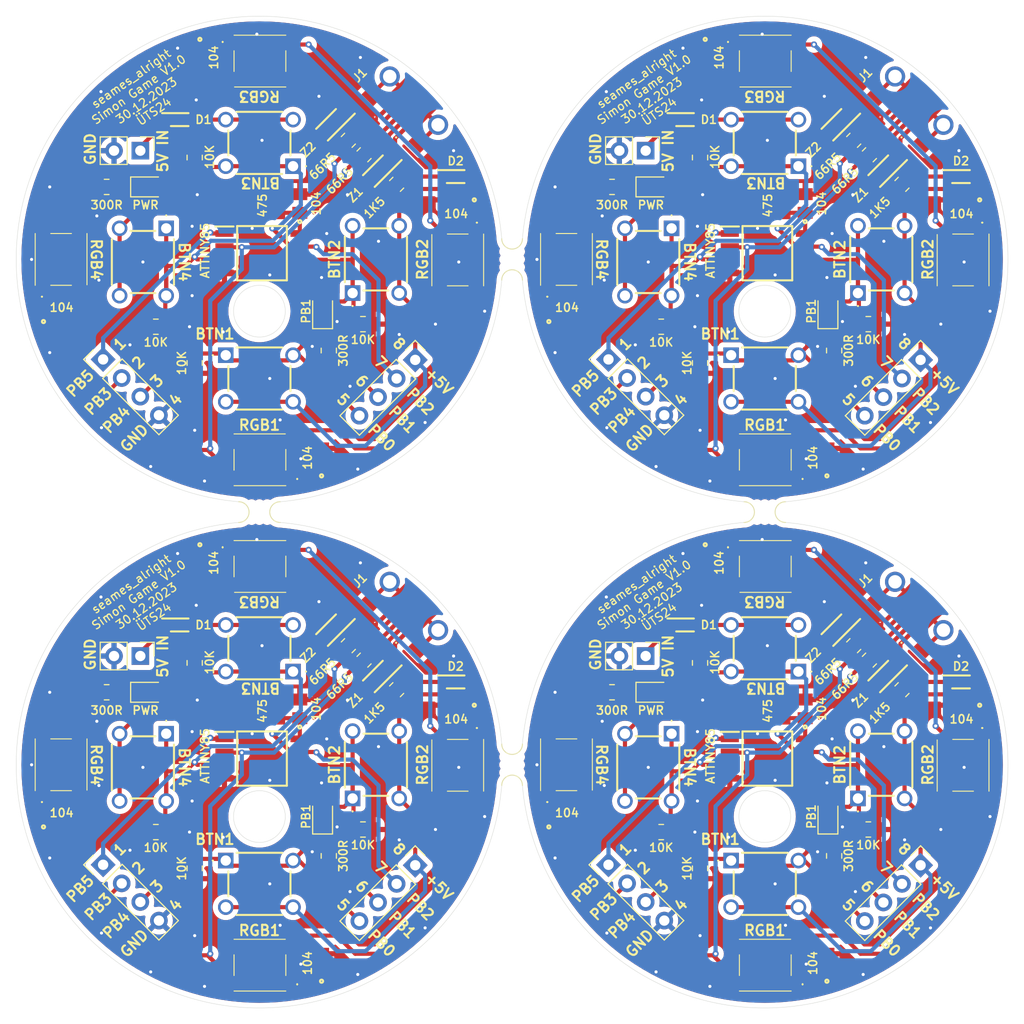
<source format=kicad_pcb>
(kicad_pcb (version 20221018) (generator pcbnew)
  (layers (0 "F.Cu" signal "Front") (31 "B.Cu" signal "Back") (34 "B.Paste" user) (35 "F.Paste" user) (36 "B.SilkS" user "B.Silkscreen") (37 "F.SilkS" user "F.Silkscreen") (38 "B.Mask" user) (39 "F.Mask" user) (44 "Edge.Cuts" user))
  (net 0 "")
  (net 1 "Net-(+5V1-K)")
  (net 2 "+5V")
  (net 3 "/BTN_0")
  (net 4 "/BTN_1")
  (net 5 "/BTN_2")
  (net 6 "/BTN_3")
  (net 7 "GND")
  (net 8 "+5VD")
  (net 9 "+5VA")
  (net 10 "Net-(IC1-PB5)")
  (net 11 "/PixelData")
  (net 12 "Net-(J1-Pad2)")
  (net 13 "Net-(J1-Pad3)")
  (net 15 "Net-(J1-PadMH1)")
  (net 16 "Net-(RGB1-DOUT)")
  (net 17 "Net-(RGB2-DOUT)")
  (net 18 "Net-(LED1-K)")
  (net 19 "Net-(RGB3-DOUT)")
  (footprint "SamacSys_Parts:SOIC127P798X216-8N" (layer "F.Cu") (at 134.15 115.2)
    (fp_text reference "ATTINY85")
    (fp_text value "ATTINY85-20SUR" hide)
  )
  (footprint "SamacSys_Parts:C0805" (layer "F.Cu") (at 66 73)
    (fp_text reference "C2")
    (fp_text value "C0805C104M5RACTU" hide)
  )
  (footprint "LED_SMD:LED_0805_2012Metric" (layer "F.Cu") (at 74.35 108.8)
    (fp_text reference "PWR")
    (fp_text value "5V_PWR")
  )
  (footprint "Samuel_Library:R_0805_2012Metric_Pad1.20x1.40mm_HandSolder" (layer "F.Cu") (at 75.1 73.5 180)
    (fp_text reference "R5")
    (fp_text value "10K")
  )
  (footprint "SamacSys_Parts:TS026660BK100LCRD" (layer "F.Cu") (at 142.9 119.05 90)
    (fp_text reference "BTN2")
    (fp_text value "TS02-66-60-BK-100-LCR-D" hide)
  )
  (footprint "Samuel_Library:R_0805_2012Metric_Pad1.20x1.40mm_HandSolder" (layer "F.Cu") (at 75.1 122.3 180)
    (fp_text reference "R5")
    (fp_text value "10K")
  )
  (footprint "Samuel_Library:R_0805_2012Metric_Pad1.20x1.40mm_HandSolder" (layer "F.Cu") (at 144.004765 105.695235 45)
    (fp_text reference "R8")
    (fp_text value "66R5")
  )
  (footprint "Samuel_Library:R_0805_2012Metric_Pad1.20x1.40mm_HandSolder" (layer "F.Cu") (at 78.85 125.8 -90)
    (fp_text reference "R2")
    (fp_text value "10K")
  )
  (footprint "SamacSys_Parts:COM16346" (layer "F.Cu") (at 85.15 96.65)
    (fp_text reference "RGB3")
    (fp_text value "COM-16346" hide)
  )
  (footprint "SamacSys_Parts:COM16346" (layer "F.Cu") (at 114.75 67 90)
    (fp_text reference "RGB4")
    (fp_text value "COM-16346" hide)
  )
  (footprint "Samuel_Library:R_0805_2012Metric_Pad1.20x1.40mm_HandSolder" (layer "F.Cu") (at 93.6875 55.5 45)
    (fp_text reference "R7")
    (fp_text value "66R5")
  )
  (footprint "SamacSys_Parts:C0805" (layer "F.Cu") (at 139.9 134.95 90)
    (fp_text reference "C5")
    (fp_text value "C0805C104M5RACTU" hide)
  )
  (footprint "Samuel_Library:R_0805_2012Metric_Pad1.20x1.40mm_HandSolder" (layer "F.Cu") (at 98.35 108.55 45)
    (fp_text reference "R6")
    (fp_text value "1K5")
  )
  (footprint "MouseBites:mouse-bite-2mm-slot" (layer "F.Cu") (at 85.1 91.4)
    (fp_text reference "mouse-bite-2mm-slot" hide)
    (fp_text value "VAL**" hide)
  )
  (footprint "LED_SMD:LED_0805_2012Metric" (layer "F.Cu") (at 140 72 90)
    (fp_text reference "PB1")
    (fp_text value "LED")
  )
  (footprint "Samuel_Library:R_0805_2012Metric_Pad1.20x1.40mm_HandSolder" (layer "F.Cu") (at 142.4875 55.5 45)
    (fp_text reference "R7")
    (fp_text value "66R5")
  )
  (footprint "SamacSys_Parts:TS026660BK100LCRD" (layer "F.Cu") (at 81.85 125.05)
    (fp_text reference "BTN1")
    (fp_text value "TS02-66-60-BK-100-LCR-D" hide)
  )
  (footprint "SamacSys_Parts:TS026660BK100LCRD" (layer "F.Cu") (at 94.1 119.05 90)
    (fp_text reference "BTN2")
    (fp_text value "TS02-66-60-BK-100-LCR-D" hide)
  )
  (footprint "SamacSys_Parts:101181930001LF" (layer "F.Cu") (at 99.96705 100.516045 135)
    (fp_text reference "J1")
    (fp_text value "10118193-0001LF" hide)
  )
  (footprint "SamacSys_Parts:SOD2512X110N" (layer "F.Cu") (at 126.2 53.5)
    (fp_text reference "D1")
    (fp_text value "NSVR0320MW2T1G" hide)
  )
  (footprint "SamacSys_Parts:SOD2512X110N" (layer "F.Cu") (at 104.05 59)
    (fp_text reference "D2")
    (fp_text value "NSVR0320MW2T1G" hide)
  )
  (footprint "SamacSys_Parts:SOD2512X110N" (layer "F.Cu") (at 104.05 107.8)
    (fp_text reference "D2")
    (fp_text value "NSVR0320MW2T1G" hide)
  )
  (footprint "LED_SMD:LED_0805_2012Metric" (layer "F.Cu") (at 91.2 120.8 90)
    (fp_text reference "PB1")
    (fp_text value "LED")
  )
  (footprint "SamacSys_Parts:COM16346" (layer "F.Cu") (at 153.05 67.05 -90)
    (fp_text reference "RGB2")
    (fp_text value "COM-16346" hide)
  )
  (footprint "SamacSys_Parts:TS026660BK100LCRD" (layer "F.Cu") (at 76.1 64 -90)
    (fp_text reference "BTN4")
    (fp_text value "TS02-66-60-BK-100-LCR-D" hide)
  )
  (footprint "SamacSys_Parts:TS026660BK100LCRD" (layer "F.Cu") (at 142.9 70.25 90)
    (fp_text reference "BTN2")
    (fp_text value "TS02-66-60-BK-100-LCR-D" hide)
  )
  (footprint "Samuel_Library:R_0805_2012Metric_Pad1.20x1.40mm_HandSolder" (layer "F.Cu") (at 78.85 77 -90)
    (fp_text reference "R2")
    (fp_text value "10K")
  )
  (footprint "Samuel_Library:R_0805_2012Metric_Pad1.20x1.40mm_HandSolder" (layer "F.Cu") (at 91.8 124.6 -90)
    (fp_text reference "R9")
    (fp_text value "300R")
  )
  (footprint "LED_SMD:LED_0805_2012Metric" (layer "F.Cu") (at 140 120.8 90)
    (fp_text reference "PB1")
    (fp_text value "LED")
  )
  (footprint "SamacSys_Parts:COM16346" (layer "F.Cu") (at 153.05 115.85 -90)
    (fp_text reference "RGB2")
    (fp_text value "COM-16346" hide)
  )
  (footprint "Connector_PinHeader_2.54mm:PinHeader_1x04_P2.54mm_Vertical" (layer "F.Cu") (at 118.807898 76.657898 45)
    (fp_text reference "J2")
    (fp_text value "Conn_01x04_Male" hide)
  )
  (footprint "Connector_PinHeader_2.54mm:PinHeader_1x04_P2.54mm_Vertical" (layer "F.Cu") (at 148.946051 76.703949 -45)
    (fp_text reference "J3")
    (fp_text value "Conn_01x04_Male" hide)
  )
  (footprint "SamacSys_Parts:SOD2512X110N" (layer "F.Cu") (at 152.85 107.8)
    (fp_text reference "D2")
    (fp_text value "NSVR0320MW2T1G" hide)
  )
  (footprint "Samuel_Library:R_0805_2012Metric_Pad1.20x1.40mm_HandSolder" (layer "F.Cu") (at 98.35 59.75 45)
    (fp_text reference "R6")
    (fp_text value "1K5")
  )
  (footprint "SamacSys_Parts:TS026660BK100LCRD" (layer "F.Cu") (at 137.15 106.8 180)
    (fp_text reference "BTN3")
    (fp_text value "TS02-66-60-BK-100-LCR-D" hide)
  )
  (footprint "SamacSys_Parts:SOD2512X110N" (layer "F.Cu") (at 77.4 102.3)
    (fp_text reference "D1")
    (fp_text value "NSVR0320MW2T1G" hide)
  )
  (footprint "Connector_PinHeader_2.54mm:PinHeader_1x04_P2.54mm_Vertical" (layer "F.Cu") (at 70.007898 125.457898 45)
    (fp_text reference "J2")
    (fp_text value "Conn_01x04_Male" hide)
  )
  (footprint "SamacSys_Parts:COM16346" (layer "F.Cu") (at 65.95 67 90)
    (fp_text reference "RGB4")
    (fp_text value "COM-16346" hide)
  )
  (footprint "LED_SMD:LED_0805_2012Metric" (layer "F.Cu") (at 123.15 60)
    (fp_text reference "PWR")
    (fp_text value "5V_PWR")
  )
  (footprint "SamacSys_Parts:CAPC2012X145N" (layer "F.Cu") (at 135.65 110.6 90)
    (fp_text reference "475")
    (fp_text value "GRM21BR61H475ME51L" hide)
  )
  (footprint "SamacSys_Parts:SOD3716X135N" (layer "F.Cu") (at 96.622792 107.277208 -135)
    (fp_text reference "Z1")
    (fp_text value "BZT52C3V6-TP" hide)
  )
  (footprint "SamacSys_Parts:SOIC127P798X216-8N" (layer "F.Cu") (at 85.35 115.2)
    (fp_text reference "ATTINY85")
    (fp_text value "ATTINY85-20SUR" hide)
  )
  (footprint "SamacSys_Parts:TS026660BK100LCRD" (layer "F.Cu") (at 130.65 125.05)
    (fp_text reference "BTN1")
    (fp_text value "TS02-66-60-BK-100-LCR-D" hide)
  )
  (footprint "SamacSys_Parts:SOD3716X135N" (layer "F.Cu") (at 140.9 102.8 -135)
    (fp_text reference "Z2")
    (fp_text value "BZT52C3V6-TP" hide)
  )
  (footprint "Samuel_Library:R_0805_2012Metric_Pad1.20x1.40mm_HandSolder" (layer "F.Cu") (at 140.6 124.6 -90)
    (fp_text reference "R9")
    (fp_text value "300R")
  )
  (footprint "Samuel_Library:R_0805_2012Metric_Pad1.20x1.40mm_HandSolder" (layer "F.Cu") (at 123.9 73.5 180)
    (fp_text reference "R5")
    (fp_text value "10K")
  )
  (footprint "SamacSys_Parts:TS026660BK100LCRD" (layer "F.Cu") (at 76.1 112.8 -90)
    (fp_text reference "BTN4")
    (fp_text value "TS02-66-60-BK-100-LCR-D" hide)
  )
  (footprint "SamacSys_Parts:SOD3716X135N" (layer "F.Cu") (at 92.1 54 -135)
    (fp_text reference "Z2")
    (fp_text value "BZT52C3V6-TP" hide)
  )
  (footprint "Samuel_Library:R_0805_2012Metric_Pad1.20x1.40mm_HandSolder" (layer "F.Cu") (at 95.1 122.05)
    (fp_text reference "R3")
    (fp_text value "10K")
  )
  (footprint "Samuel_Library:R_0805_2012Metric_Pad1.20x1.40mm_HandSolder" (layer "F.Cu") (at 95.204765 105.695235 45)
    (fp_text reference "R8")
    (fp_text value "66R5")
  )
  (footprint "Connector_PinHeader_2.54mm:PinHeader_1x02_P2.54mm_Vertical" (layer "F.Cu") (at 122.4 56.5 -90)
    (fp_text reference "J4")
    (fp_text value "Conn_01x02_Male" hide)
  )
  (footprint "SamacSys_Parts:COM16346" (layer "F.Cu") (at 133.95 86.35 180)
    (fp_text reference "RGB1")
    (fp_text value "COM-16346" hide)
  )
  (footprint "Samuel_Library:R_0805_2012Metric_Pad1.20x1.40mm_HandSolder" (layer "F.Cu") (at 95.204765 56.895235 45)
    (fp_text reference "R8")
    (fp_text value "66R5")
  )
  (footprint "SamacSys_Parts:COM16346" (layer "F.Cu") (at 133.95 135.15 180)
    (fp_text reference "RGB1")
    (fp_text value "COM-16346" hide)
  )
  (footprint "Samuel_Library:R_0805_2012Metric_Pad1.20x1.40mm_HandSolder" (layer "F.Cu") (at 147.15 108.55 45)
    (fp_text reference "R6")
    (fp_text value "1K5")
  )
  (footprint "SamacSys_Parts:COM16346" (layer "F.Cu") (at 85.15 135.15 180)
    (fp_text reference "RGB1")
    (fp_text value "COM-16346" hide)
  )
  (footprint "SamacSys_Parts:101181930001LF" (layer "F.Cu") (at 148.76705 100.516045 135)
    (fp_text reference "J1")
    (fp_text value "10118193-0001LF" hide)
  )
  (footprint "Connector_PinHeader_2.54mm:PinHeader_1x04_P2.54mm_Vertical" (layer "F.Cu") (at 118.807898 125.457898 45)
    (fp_text reference "J2")
    (fp_text value "Conn_01x04_Male" hide)
  )
  (footprint "SamacSys_Parts:CAPC2012X145N" (layer "F.Cu") (at 86.85 110.6 90)
    (fp_text reference "475")
    (fp_text value "GRM21BR61H475ME51L" hide)
  )
  (footprint "Connector_PinHeader_2.54mm:PinHeader_1x04_P2.54mm_Vertical" (layer "F.Cu") (at 148.946051 125.503949 -45)
    (fp_text reference "J3")
    (fp_text value "Conn_01x04_Male" hide)
  )
  (footprint "SamacSys_Parts:COM16346" (layer "F.Cu") (at 65.95 115.8 90)
    (fp_text reference "RGB4")
    (fp_text value "COM-16346" hide)
  )
  (footprint "Samuel_Library:R_0805_2012Metric_Pad1.20x1.40mm_HandSolder" (layer "F.Cu") (at 70.35 108.8 180)
    (fp_text reference "R1")
    (fp_text value "300R")
  )
  (footprint "SamacSys_Parts:C0805" (layer "F.Cu") (at 137.8 110.4 90)
    (fp_text reference "C1")
    (fp_text value "C0805C104M5RACTU" hide)
  )
  (footprint "LED_SMD:LED_0805_2012Metric" (layer "F.Cu") (at 74.35 60)
    (fp_text reference "PWR")
    (fp_text value "5V_PWR")
  )
  (footprint "SamacSys_Parts:TS026660BK100LCRD" (layer "F.Cu") (at 81.85 76.25)
    (fp_text reference "BTN1")
    (fp_text value "TS02-66-60-BK-100-LCR-D" hide)
  )
  (footprint "SamacSys_Parts:101181930001LF" (layer "F.Cu") (at 148.76705 51.716045 135)
    (fp_text reference "J1")
    (fp_text value "10118193-0001LF" hide)
  )
  (footprint "SamacSys_Parts:C0805" (layer "F.Cu") (at 152.9 61.25 180)
    (fp_text reference "C4")
    (fp_text value "C0805C104M5RACTU" hide)
  )
  (footprint "MouseBites:mouse-bite-2mm-slot" (layer "F.Cu") (at 133.9 91.4)
    (fp_text reference "mouse-bite-2mm-slot" hide)
    (fp_text value "VAL**" hide)
  )
  (footprint "Connector_PinHeader_2.54mm:PinHeader_1x02_P2.54mm_Vertical" (layer "F.Cu") (at 73.6 105.3 -90)
    (fp_text reference "J4")
    (fp_text value "Conn_01x02_Male" hide)
  )
  (footprint "LED_SMD:LED_0805_2012Metric" (layer "F.Cu") (at 123.15 108.8)
    (fp_text reference "PWR")
    (fp_text value "5V_PWR")
  )
  (footprint "SamacSys_Parts:C0805" (layer "F.Cu") (at 114.8 73)
    (fp_text reference "C2")
    (fp_text value "C0805C104M5RACTU" hide)
  )
  (footprint "SamacSys_Parts:COM16346" (layer "F.Cu") (at 104.25 115.85 -90)
    (fp_text reference "RGB2")
    (fp_text value "COM-16346" hide)
  )
  (footprint "SamacSys_Parts:C0805" (layer "F.Cu") (at 91.1 134.95 90)
    (fp_text reference "C5")
    (fp_text value "C0805C104M5RACTU" hide)
  )
  (footprint "SamacSys_Parts:C0805" (layer "F.Cu") (at 139.9 86.15 90)
    (fp_text reference "C5")
    (fp_text value "C0805C104M5RACTU" hide)
  )
  (footprint "Samuel_Library:R_0805_2012Metric_Pad1.20x1.40mm_HandSolder" (layer "F.Cu") (at 140.6 75.8 -90)
    (fp_text reference "R9")
    (fp_text value "300R")
  )
  (footprint "SamacSys_Parts:TS026660BK100LCRD" (layer "F.Cu") (at 137.15 58 180)
    (fp_text reference "BTN3")
    (fp_text value "TS02-66-60-BK-100-LCR-D" hide)
  )
  (footprint "SamacSys_Parts:TS026660BK100LCRD" (layer "F.Cu") (at 130.65 76.25)
    (fp_text reference "BTN1")
    (fp_text value "TS02-66-60-BK-100-LCR-D" hide)
  )
  (footprint "SamacSys_Parts:C0805" (layer "F.Cu") (at 104.1 61.25 180)
    (fp_text reference "C4")
    (fp_text value "C0805C104M5RACTU" hide)
  )
  (footprint "SamacSys_Parts:COM16346" (layer "F.Cu") (at 85.15 86.35 180)
    (fp_text reference "RGB1")
    (fp_text value "COM-16346" hide)
  )
  (footprint "SamacSys_Parts:TS026660BK100LCRD" (layer "F.Cu") (at 88.35 58 180)
    (fp_text reference "BTN3")
    (fp_text value "TS02-66-60-BK-100-LCR-D" hide)
  )
  (footprint "Connector_PinHeader_2.54mm:PinHeader_1x04_P2.54mm_Vertical" (layer "F.Cu") (at 100.146051 125.503949 -45)
    (fp_text reference "J3")
    (fp_text value "Conn_01x04_Male" hide)
  )
  (footprint "MouseBites:mouse-bite-2mm-slot" (layer "F.Cu") (at 109.5 67 90)
    (fp_text reference "mouse-bite-2mm-slot" hide)
    (fp_text value "VAL**" hide)
  )
  (footprint "Samuel_Library:R_0805_2012Metric_Pad1.20x1.40mm_HandSolder" (layer "F.Cu") (at 127.65 105.9625 90)
    (fp_text reference "R4")
    (fp_text value "10K")
  )
  (footprint "SamacSys_Parts:COM16346" (layer "F.Cu") (at 104.25 67.05 -90)
    (fp_text reference "RGB2")
    (fp_text value "COM-16346" hide)
  )
  (footprint "Samuel_Library:R_0805_2012Metric_Pad1.20x1.40mm_HandSolder" (layer "F.Cu") (at 119.15 60 180)
    (fp_text reference "R1")
    (fp_text value "300R")
  )
  (footprint "SamacSys_Parts:SOIC127P798X216-8N" (layer "F.Cu") (at 134.15 66.4)
    (fp_text reference "ATTINY85")
    (fp_text value "ATTINY85-20SUR" hide)
  )
  (footprint "SamacSys_Parts:TS026660BK100LCRD" (layer "F.Cu") (at 124.9 64 -90)
    (fp_text reference "BTN4")
    (fp_text value "TS02-66-60-BK-100-LCR-D" hide)
  )
  (footprint "Samuel_Library:R_0805_2012Metric_Pad1.20x1.40mm_HandSolder" (layer "F.Cu") (at 93.6875 104.3 45)
    (fp_text reference "R7")
    (fp_text value "66R5")
  )
  (footprint "SamacSys_Parts:SOD2512X110N" (layer "F.Cu") (at 77.4 53.5)
    (fp_text reference "D1")
    (fp_text value "NSVR0320MW2T1G" hide)
  )
  (footprint "SamacSys_Parts:101181930001LF" (layer "F.Cu") (at 99.96705 51.716045 135)
    (fp_text reference "J1")
    (fp_text value "10118193-0001LF" hide)
  )
  (footprint "SamacSys_Parts:COM16346" (layer "F.Cu") (at 114.75 115.8 90)
    (fp_text reference "RGB4")
    (fp_text value "COM-16346" hide)
  )
  (footprint "Samuel_Library:R_0805_2012Metric_Pad1.20x1.40mm_HandSolder" (layer "F.Cu") (at 143.9 122.05)
    (fp_text reference "R3")
    (fp_text value "10K")
  )
  (footprint "Samuel_Library:R_0805_2012Metric_Pad1.20x1.40mm_HandSolder" (layer "F.Cu") (at 127.65 57.1625 90)
    (fp_text reference "R4")
    (fp_text value "10K")
  )
  (footprint "SamacSys_Parts:C0805" (layer "F.Cu") (at 128.15 96.3 -90)
    (fp_text reference "C3")
    (fp_text value "C0805C104M5RACTU" hide)
  )
  (footprint "SamacSys_Parts:TS026660BK100LCRD" (layer "F.Cu") (at 94.1 70.25 90)
    (fp_text reference "BTN2")
    (fp_text value "TS02-66-60-BK-100-LCR-D" hide)
  )
  (footprint "Samuel_Library:R_0805_2012Metric_Pad1.20x1.40mm_HandSolder" (layer "F.Cu") (at 142.4875 104.3 45)
    (fp_text reference "R7")
    (fp_text value "66R5")
  )
  (footprint "SamacSys_Parts:C0805" (layer "F.Cu") (at 128.15 47.5 -90)
    (fp_text reference "C3")
    (fp_text value "C0805C104M5RACTU" hide)
  )
  (footprint "SamacSys_Parts:C0805" (layer "F.Cu") (at 137.8 61.6 90)
    (fp_text reference "C1")
    (fp_text value "C0805C104M5RACTU" hide)
  )
  (footprint "SamacSys_Parts:COM16346" (layer "F.Cu") (at 133.95 96.65)
    (fp_text reference "RGB3")
    (fp_text value "COM-16346" hide)
  )
  (footprint "Samuel_Library:R_0805_2012Metric_Pad1.20x1.40mm_HandSolder" (layer "F.Cu") (at 123.9 122.3 180)
    (fp_text reference "R5")
    (fp_text value "10K")
  )
  (footprint "SamacSys_Parts:CAPC2012X145N" (layer "F.Cu") (at 86.85 61.8 90)
    (fp_text reference "475")
    (fp_text value "GRM21BR61H475ME51L" hide)
  )
  (footprint "SamacSys_Parts:C0805" (layer "F.Cu") (at 104.1 110.05 180)
    (fp_text reference "C4")
    (fp_text value "C0805C104M5RACTU" hide)
  )
  (footprint "LED_SMD:LED_0805_2012Metric" (layer "F.Cu") (at 91.2 72 90)
    (fp_text reference "PB1")
    (fp_text value "LED")
  )
  (footprint "SamacSys_Parts:C0805" (layer "F.Cu") (at 66 121.8)
    (fp_text reference "C2")
    (fp_text value "C0805C104M5RACTU" hide)
  )
  (footprint "Samuel_Library:R_0805_2012Metric_Pad1.20x1.40mm_HandSolder" (layer "F.Cu") (at 78.85 57.1625 90)
    (fp_text reference "R4")
    (fp_text value "10K")
  )
  (footprint "Samuel_Library:R_0805_2012Metric_Pad1.20x1.40mm_HandSolder" (layer "F.Cu") (at 144.004765 56.895235 45)
    (fp_text reference "R8")
    (fp_text value "66R5")
  )
  (footprint "Samuel_Library:R_0805_2012Metric_Pad1.20x1.40mm_HandSolder" (layer "F.Cu") (at 70.35 60 180)
    (fp_text reference "R1")
    (fp_text value "300R")
  )
  (footprint "SamacSys_Parts:SOD3716X135N" (layer "F.Cu") (at 140.9 54 -135)
    (fp_text reference "Z2")
    (fp_text value "BZT52C3V6-TP" hide)
  )
  (footprint "Samuel_Library:R_0805_2012Metric_Pad1.20x1.40mm_HandSolder" (layer "F.Cu") (at 91.8 75.8 -90)
    (fp_text reference "R9")
    (fp_text value "300R")
  )
  (footprint "SamacSys_Parts:C0805" (layer "F.Cu") (at 89 61.6 90)
    (fp_text reference "C1")
    (fp_text value "C0805C104M5RACTU" hide)
  )
  (footprint "Samuel_Library:R_0805_2012Metric_Pad1.20x1.40mm_HandSolder" (layer "F.Cu") (at 119.15 108.8 180)
    (fp_text reference "R1")
    (fp_text value "300R")
  )
  (footprint "Connector_PinHeader_2.54mm:PinHeader_1x04_P2.54mm_Vertical" (layer "F.Cu") (at 100.146051 76.703949 -45)
    (fp_text reference "J3")
    (fp_text value "Conn_01x04_Male" hide)
  )
  (footprint "SamacSys_Parts:SOD3716X135N" (layer "F.Cu") (at 96.622792 58.477208 -135)
    (fp_text reference "Z1")
    (fp_text value "BZT52C3V6-TP" hide)
  )
  (footprint "Samuel_Library:R_0805_2012Metric_Pad1.20x1.40mm_HandSolder" (layer "F.Cu") (at 127.65 125.8 -90)
    (fp_text reference "R2")
    (fp_text value "10K")
  )
  (footprint "SamacSys_Parts:SOIC127P798X216-8N" (layer "F.Cu") (at 85.35 66.4)
    (fp_text reference "ATTINY85")
    (fp_text value "ATTINY85-20SUR" hide)
  )
  (footprint "Samuel_Library:R_0805_2012Metric_Pad1.20x1.40mm_HandSolder" (layer "F.Cu") (at 95.1 73.25)
    (fp_text reference "R3")
    (fp_text value "10K")
  )
  (footprint "Samuel_Library:R_0805_2012Metric_Pad1.20x1.40mm_HandSolder" (layer "F.Cu") (at 143.9 73.25)
    (fp_text reference "R3")
    (fp_text value "10K")
  )
  (footprint "SamacSys_Parts:SOD2512X110N" (layer "F.Cu") (at 152.85 59)
    (fp_text reference "D2")
    (fp_text value "NSVR0320MW2T1G" hide)
  )
  (footprint "SamacSys_Parts:COM16346" (layer "F.Cu") (at 85.15 47.85)
    (fp_text reference "RGB3")
    (fp_text value "COM-16346" hide)
  )
  (footprint "SamacSys_Parts:SOD2512X110N" (layer "F.Cu") (at 126.2 102.3)
    (fp_text reference "D1")
    (fp_text value "NSVR0320MW2T1G" hide)
  )
  (footprint "SamacSys_Parts:C0805" (layer "F.Cu") (at 114.8 121.8)
    (fp_text reference "C2")
    (fp_text value "C0805C104M5RACTU" hide)
  )
  (footprint "SamacSys_Parts:C0805" (layer "F.Cu") (at 152.9 110.05 180)
    (fp_text reference "C4")
    (fp_text value "C0805C104M5RACTU" hide)
  )
  (footprint "MouseBites:mouse-bite-2mm-slot" (layer "F.Cu") (at 109.5 115.8 90)
    (fp_text reference "mouse-bite-2mm-slot" hide)
    (fp_text value "VAL**" hide)
  )
  (footprint "Samuel_Library:R_0805_2012Metric_Pad1.20x1.40mm_HandSolder" (layer "F.Cu") (at 127.65 77 -90)
    (fp_text reference "R2")
    (fp_text value "10K")
  )
  (footprint "SamacSys_Parts:CAPC2012X145N" (layer "F.Cu") (at 135.65 61.8 90)
    (fp_text reference "475")
    (fp_text value "GRM21BR61H475ME51L" hide)
  )
  (footprint "SamacSys_Parts:SOD3716X135N" (layer "F.Cu") (at 92.1 102.8 -135)
    (fp_text reference "Z2")
    (fp_text value "BZT52C3V6-TP" hide)
  )
  (footprint "SamacSys_Parts:C0805" (layer "F.Cu") (at 91.1 86.15 90)
    (fp_text reference "C5")
    (fp_text value "C0805C104M5RACTU" hide)
  )
  (footprint "Connector_PinHeader_2.54mm:PinHeader_1x02_P2.54mm_Vertical" (layer "F.Cu") (at 122.4 105.3 -90)
    (fp_text reference "J4")
    (fp_text value "Conn_01x02_Male" hide)
  )
  (footprint "SamacSys_Parts:TS026660BK100LCRD" (layer "F.Cu") (at 124.9 112.8 -90)
    (fp_text reference "BTN4")
    (fp_text value "TS02-66-60-BK-100-LCR-D" hide)
  )
  (footprint "Samuel_Library:R_0805_2012Metric_Pad1.20x1.40mm_HandSolder" (layer "F.Cu") (at 78.85 105.9625 90)
    (fp_text reference "R4")
    (fp_text value "10K")
  )
  (footprint "SamacSys_Parts:C0805" (layer "F.Cu") (at 79.35 96.3 -90)
    (fp_text reference "C3")
    (fp_text value "C0805C104M5RACTU" hide)
  )
  (footprint "Samuel_Library:R_0805_2012Metric_Pad1.20x1.40mm_HandSolder" (layer "F.Cu") (at 147.15 59.75 45)
    (fp_text reference "R6")
    (fp_text value "1K5")
  )
  (footprint "SamacSys_Parts:C0805" (layer "F.Cu") (at 89 110.4 90)
    (fp_text reference "C1")
    (fp_text value "C0805C104M5RACTU" hide)
  )
  (footprint "SamacSys_Parts:COM16346" (layer "F.Cu") (at 133.95 47.85)
    (fp_text reference "RGB3")
    (fp_text value "COM-16346" hide)
  )
  (footprint "SamacSys_Parts:SOD3716X135N" (layer "F.Cu") (at 145.422792 58.477208 -135)
    (fp_text reference "Z1")
    (fp_text value "BZT52C3V6-TP" hide)
  )
  (footprint "SamacSys_Parts:SOD3716X135N" (layer "F.Cu") (at 145.422792 107.277208 -135)
    (fp_text reference "Z1")
    (fp_text value "BZT52C3V6-TP" hide)
  )
  (footprint "Connector_PinHeader_2.54mm:PinHeader_1x04_P2.54mm_Vertical" (layer "F.Cu") (at 70.007898 76.657898 45)
    (fp_text reference "J2")
    (fp_text value "Conn_01x04_Male" hide)
  )
  (footprint "Connector_PinHeader_2.54mm:PinHeader_1x02_P2.54mm_Vertical" (layer "F.Cu") (at 73.6 56.5 -90)
    (fp_text reference "J4")
    (fp_text value "Conn_01x02_Male" hide)
  )
  (footprint "SamacSys_Parts:TS026660BK100LCRD" (layer "F.Cu") (at 88.35 106.8 180)
    (fp_text reference "BTN3")
    (fp_text value "TS02-66-60-BK-100-LCR-D" hide)
  )
  (footprint "SamacSys_Parts:C0805" (layer "F.Cu") (at 79.35 47.5 -90)
    (fp_text reference "C3")
    (fp_text value "C0805C104M5RACTU" hide)
  )
  (gr_arc (start 108.499999 69) (mid 109.5 67.999999) (end 110.500001 69) (stroke (width 0.0381)) (layer "Edge.Cuts"))
  (gr_arc (start 108.499998 117.8) (mid 68.493376 132.406624) (end 83.1 92.400002) (stroke (width 0.0381)) (layer "Edge.Cuts"))
  (gr_circle (center 133.9 72) (end 136.4 72) (stroke (width 0.0381)) (fill none) (layer "Edge.Cuts"))
  (gr_arc (start 108.499999 117.8) (mid 109.5 116.799999) (end 110.500001 117.8) (stroke (width 0.0381)) (layer "Edge.Cuts"))
  (gr_circle (center 133.9 120.8) (end 136.4 120.8) (stroke (width 0.0381)) (fill none) (layer "Edge.Cuts"))
  (gr_arc (start 110.500001 65) (mid 109.5 66.000001) (end 108.499999 65) (stroke (width 0.0381)) (layer "Edge.Cuts"))
  (gr_arc (start 110.500001 113.8) (mid 109.5 114.800001) (end 108.499999 113.8) (stroke (width 0.0381)) (layer "Edge.Cuts"))
  (gr_arc (start 110.500001 113.8) (mid 117.293376 99.193376) (end 131.9 92.400001) (stroke (width 0.0381)) (layer "Edge.Cuts"))
  (gr_arc (start 87.1 92.400001) (mid 101.706624 99.193376) (end 108.499999 113.8) (stroke (width 0.0381)) (layer "Edge.Cuts"))
  (gr_circle (center 85.1 72) (end 87.6 72) (stroke (width 0.0381)) (fill none) (layer "Edge.Cuts"))
  (gr_circle (center 85.1 120.8) (end 87.6 120.8) (stroke (width 0.0381)) (fill none) (layer "Edge.Cuts"))
  (gr_arc (start 87.1 92.400001) (mid 86.099999 91.4) (end 87.1 90.399999) (stroke (width 0.0381)) (layer "Edge.Cuts"))
  (gr_arc (start 131.9 90.399999) (mid 132.900001 91.4) (end 131.9 92.400001) (stroke (width 0.0381)) (layer "Edge.Cuts"))
  (gr_arc (start 110.500002 65) (mid 150.506624 50.393376) (end 135.9 90.399998) (stroke (width 0.0381)) (layer "Edge.Cuts"))
  (gr_arc (start 83.1 90.399999) (mid 84.100001 91.4) (end 83.1 92.400001) (stroke (width 0.0381)) (layer "Edge.Cuts"))
  (gr_arc (start 135.9 92.400002) (mid 150.506624 132.406624) (end 110.500002 117.8) (stroke (width 0.0381)) (layer "Edge.Cuts"))
  (gr_arc (start 135.9 92.400001) (mid 134.899999 91.4) (end 135.9 90.399999) (stroke (width 0.0381)) (layer "Edge.Cuts"))
  (gr_arc (start 131.9 90.399999) (mid 117.293376 83.606624) (end 110.500001 69) (stroke (width 0.0381)) (layer "Edge.Cuts"))
  (gr_arc (start 108.499999 69) (mid 101.706624 83.606624) (end 87.1 90.399999) (stroke (width 0.0381)) (layer "Edge.Cuts"))
  (gr_arc (start 83.1 90.399998) (mid 68.493376 50.393376) (end 108.499998 65) (stroke (width 0.0381)) (layer "Edge.Cuts"))
  (gr_text "PB4" (at 121.65 130.55 45) (layer "F.SilkS") (effects (font (size 1 1) (thickness 0.2) bold) (justify right bottom)))
  (gr_text "7" (at 96.8 77.8 -45) (layer "F.SilkS") (effects (font (size 1 1) (thickness 0.2) bold) (justify right bottom)))
  (gr_text "2" (at 122.2 126.6 45) (layer "F.SilkS") (effects (font (size 1 1) (thickness 0.2) bold) (justify left bottom)))
  (gr_text "1" (at 120.4 76 45) (layer "F.SilkS") (effects (font (size 1 1) (thickness 0.2) bold) (justify left bottom)))
  (gr_text "GND" (at 69.35 106.8 90) (layer "F.SilkS") (effects (font (size 1 1) (thickness 0.2) bold) (justify left bottom)))
  (gr_text "PB3" (at 119.9 128.8 45) (layer "F.SilkS") (effects (font (size 1 1) (thickness 0.2) bold) (justify right bottom)))
  (gr_text "GND" (at 74.6 83.5 45) (layer "F.SilkS") (effects (font (size 1 1) (thickness 0.2) bold) (justify right bottom)))
  (gr_text "8" (at 147.4 124.8 -45) (layer "F.SilkS") (effects (font (size 1 1) (thickness 0.2) bold) (justify right bottom)))
  (gr_text "2" (at 122.2 77.8 45) (layer "F.SilkS") (effects (font (size 1 1) (thickness 0.2) bold) (justify left bottom)))
  (gr_text "6" (at 143.8 79.6 -45) (layer "F.SilkS") (effects (font (size 1 1) (thickness 0.2) bold) (justify right bottom)))
  (gr_text "3" (at 124 128.4 45) (layer "F.SilkS") (effects (font (size 1 1) (thickness 0.2) bold) (justify left bottom)))
  (gr_text "8" (at 98.6 76 -45) (layer "F.SilkS") (effects (font (size 1 1) (thickness 0.2) bold) (justify right bottom)))
  (gr_text "GND" (at 118.15 106.8 90) (layer "F.SilkS") (effects (font (size 1 1) (thickness 0.2) bold) (justify left bottom)))
  (gr_text "2" (at 73.4 77.8 45) (layer "F.SilkS") (effects (font (size 1 1) (thickness 0.2) bold) (justify left bottom)))
  (gr_text "PB5" (at 118.15 127.05 45) (layer "F.SilkS") (effects (font (size 1 1) (thickness 0.2) bold) (justify right bottom)))
  (gr_text "PB0" (at 144.15 83.5 -45) (layer "F.SilkS") (effects (font (size 1 1) (thickness 0.2) bold) (justify left bottom)))
  (gr_text "1" (at 71.6 124.8 45) (layer "F.SilkS") (effects (font (size 1 1) (thickness 0.2) bold) (justify left bottom)))
  (gr_text "PB4" (at 121.65 81.75 45) (layer "F.SilkS") (effects (font (size 1 1) (thickness 0.2) bold) (justify right bottom)))
  (gr_text "GND" (at 123.4 132.3 45) (layer "F.SilkS") (effects (font (size 1 1) (thickness 0.2) bold) (justify right bottom)))
  (gr_text "GND" (at 118.15 58 90) (layer "F.SilkS") (effects (font (size 1 1) (thickness 0.2) bold) (justify left bottom)))
  (gr_text "PB1" (at 146.15 81.75 -45) (layer "F.SilkS") (effects (font (size 1 1) (thickness 0.2) bold) (justify left bottom)))
  (gr_text "PB5" (at 118.15 78.25 45) (layer "F.SilkS") (effects (font (size 1 1) (thickness 0.2) bold) (justify right bottom)))
  (gr_text "+5V" (at 100.85 126.8 -45) (layer "F.SilkS") (effects (font (size 1 1) (thickness 0.2) bold) (justify left bottom)))
  (gr_text "seames_alright\nSimon Game V1.0\n30.12.2023\nÜTS24" (at 124 53.1 35) (layer "F.SilkS") (effects (font (size 0.8 0.8) (thickness 0.125) bold) (justify bottom)))
  (gr_text "PB4" (at 72.85 81.75 45) (layer "F.SilkS") (effects (font (size 1 1) (thickness 0.2) bold) (justify right bottom)))
  (gr_text "1" (at 71.6 76 45) (layer "F.SilkS") (effects (font (size 1 1) (thickness 0.2) bold) (justify left bottom)))
  (gr_text "seames_alright\nSimon Game V1.0\n30.12.2023\nÜTS24" (at 75.2 101.9 35) (layer "F.SilkS") (effects (font (size 0.8 0.8) (thickness 0.125) bold) (justify bottom)))
  (gr_text "3" (at 75.2 79.6 45) (layer "F.SilkS") (effects (font (size 1 1) (thickness 0.2) bold) (justify left bottom)))
  (gr_text "PB5" (at 69.35 78.25 45) (layer "F.SilkS") (effects (font (size 1 1) (thickness 0.2) bold) (justify right bottom)))
  (gr_text "+5V" (at 149.65 126.8 -45) (layer "F.SilkS") (effects (font (size 1 1) (thickness 0.2) bold) (justify left bottom)))
  (gr_text "5" (at 142 130.2 -45) (layer "F.SilkS") (effects (font (size 1 1) (thickness 0.2) bold) (justify right bottom)))
  (gr_text "3" (at 124 79.6 45) (layer "F.SilkS") (effects (font (size 1 1) (thickness 0.2) bold) (justify left bottom)))
  (gr_text "PB0" (at 95.35 83.5 -45) (layer "F.SilkS") (effects (font (size 1 1) (thickness 0.2) bold) (justify left bottom)))
  (gr_text "4" (at 125.8 81.4 45) (layer "F.SilkS") (effects (font (size 1 1) (thickness 0.2) bold) (justify left bottom)))
  (gr_text "seames_alright\nSimon Game V1.0\n30.12.2023\nÜTS24" (at 124 101.9 35) (layer "F.SilkS") (effects (font (size 0.8 0.8) (thickness 0.125) bold) (justify bottom)))
  (gr_text "4" (at 125.8 130.2 45) (layer "F.SilkS") (effects (font (size 1 1) (thickness 0.2) bold) (justify left bottom)))
  (gr_text "PB2" (at 147.9 80 -45) (layer "F.SilkS") (effects (font (size 1 1) (thickness 0.2) bold) (justify left bottom)))
  (gr_text "GND" (at 123.4 83.5 45) (layer "F.SilkS") (effects (font (size 1 1) (thickness 0.2) bold) (justify right bottom)))
  (gr_text "8" (at 147.4 76 -45) (layer "F.SilkS") (effects (font (size 1 1) (thickness 0.2) bold) (justify right bottom)))
  (gr_text "PB1" (at 97.35 81.75 -45) (layer "F.SilkS") (effects (font (size 1 1) (thickness 0.2) bold) (justify left bottom)))
  (gr_text "5V IN" (at 76.35 58.7 90) (layer "F.SilkS") (effects (font (size 1 1) (thickness 0.2) bold) (justify left bottom)))
  (gr_text "6" (at 95 79.6 -45) (layer "F.SilkS") (effects (font (size 1 1) (thickness 0.2) bold) (justify right bottom)))
  (gr_text "7" (at 145.6 126.6 -45) (layer "F.SilkS") (effects (font (size 1 1) (thickness 0.2) bold) (justify right bottom)))
  (gr_text "6" (at 95 128.4 -45) (layer "F.SilkS") (effects (font (size 1 1) (thickness 0.2) bold) (justify right bottom)))
  (gr_text "PB2" (at 99.1 80 -45) (layer "F.SilkS") (effects (font (size 1 1) (thickness 0.2) bold) (justify left bottom)))
  (gr_text "PB3" (at 71.1 80 45) (layer "F.SilkS") (effects (font (size 1 1) (thickness 0.2) bold) (justify right bottom)))
  (gr_text "1" (at 120.4 124.8 45) (layer "F.SilkS") (effects (font (size 1 1) (thickness 0.2) bold) (justify left bottom)))
  (gr_text "PB4" (at 72.85 130.55 45) (layer "F.SilkS") (effects (font (size 1 1) (thickness 0.2) bold) (justify right bottom)))
  (gr_text "5V IN" (at 125.15 107.5 90) (layer "F.SilkS") (effects (font (size 1 1) (thickness 0.2) bold) (justify left bottom)))
  (gr_text "PB0" (at 95.35 132.3 -45) (layer "F.SilkS") (effects (font (size 1 1) (thickness 0.2) bold) (justify left bottom)))
  (gr_text "7" (at 96.8 126.6 -45) (layer "F.SilkS") (effects (font (size 1 1) (thickness 0.2) bold) (justify right bottom)))
  (gr_text "8" (at 98.6 124.8 -45) (layer "F.SilkS") (effects (font (size 1 1) (thickness 0.2) bold) (justify right bottom)))
  (gr_text "5" (at 93.2 81.4 -45) (layer "F.SilkS") (effects (font (size 1 1) (thickness 0.2) bold) (justify right bottom)))
  (gr_text "6" (at 143.8 128.4 -45) (layer "F.SilkS") (effects (font (size 1 1) (thickness 0.2) bold) (justify right bottom)))
  (gr_text "3" (at 75.2 128.4 45) (layer "F.SilkS") (effects (font (size 1 1) (thickness 0.2) bold) (justify left bottom)))
  (gr_text "2" (at 73.4 126.6 45) (layer "F.SilkS") (effects (font (size 1 1) (thickness 0.2) bold) (justify left bottom)))
  (gr_text "5V IN" (at 76.35 107.5 90) (layer "F.SilkS") (effects (font (size 1 1) (thickness 0.2) bold) (justify left bottom)))
  (gr_text "4" (at 77 130.2 45) (layer "F.SilkS") (effects (font (size 1 1) (thickness 0.2) bold) (justify left bottom)))
  (gr_text "7" (at 145.6 77.8 -45) (layer "F.SilkS") (effects (font (size 1 1) (thickness 0.2) bold) (justify right bottom)))
  (gr_text "+5V" (at 100.85 78 -45) (layer "F.SilkS") (effects (font (size 1 1) (thickness 0.2) bold) (justify left bottom)))
  (gr_text "GND" (at 74.6 132.3 45) (layer "F.SilkS") (effects (font (size 1 1) (thickness 0.2) bold) (justify right bottom)))
  (gr_text "+5V" (at 149.65 78 -45) (layer "F.SilkS") (effects (font (size 1 1) (thickness 0.2) bold) (justify left bottom)))
  (gr_text "4" (at 77 81.4 45) (layer "F.SilkS") (effects (font (size 1 1) (thickness 0.2) bold) (justify left bottom)))
  (gr_text "PB0" (at 144.15 132.3 -45) (layer "F.SilkS") (effects (font (size 1 1) (thickness 0.2) bold) (justify left bottom)))
  (gr_text "PB2" (at 99.1 128.8 -45) (layer "F.SilkS") (effects (font (size 1 1) (thickness 0.2) bold) (justify left bottom)))
  (gr_text "5" (at 142 81.4 -45) (layer "F.SilkS") (effects (font (size 1 1) (thickness 0.2) bold) (justify right bottom)))
  (gr_text "seames_alright\nSimon Game V1.0\n30.12.2023\nÜTS24" (at 75.2 53.1 35) (layer "F.SilkS") (effects (font (size 0.8 0.8) (thickness 0.125) bold) (justify bottom)))
  (gr_text "PB2" (at 147.9 128.8 -45) (layer "F.SilkS") (effects (font (size 1 1) (thickness 0.2) bold) (justify left bottom)))
  (gr_text "PB3" (at 119.9 80 45) (layer "F.SilkS") (effects (font (size 1 1) (thickness 0.2) bold) (justify right bottom)))
  (gr_text "PB5" (at 69.35 127.05 45) (layer "F.SilkS") (effects (font (size 1 1) (thickness 0.2) bold) (justify right bottom)))
  (gr_text "PB3" (at 71.1 128.8 45) (layer "F.SilkS") (effects (font (size 1 1) (thickness 0.2) bold) (justify right bottom)))
  (gr_text "GND" (at 69.35 58 90) (layer "F.SilkS") (effects (font (size 1 1) (thickness 0.2) bold) (justify left bottom)))
  (gr_text "PB1" (at 146.15 130.55 -45) (layer "F.SilkS") (effects (font (size 1 1) (thickness 0.2) bold) (justify left bottom)))
  (gr_text "5V IN" (at 125.15 58.7 90) (layer "F.SilkS") (effects (font (size 1 1) (thickness 0.2) bold) (justify left bottom)))
  (gr_text "PB1" (at 97.35 130.55 -45) (layer "F.SilkS") (effects (font (size 1 1) (thickness 0.2) bold) (justify left bottom)))
  (gr_text "5" (at 93.2 130.2 -45) (layer "F.SilkS") (effects (font (size 1 1) (thickness 0.2) bold) (justify right bottom)))
  (segment (start 73.4125 60) (end 71.2625 60) (width 0.4) (layer "F.Cu") (net 1))
  (segment (start 122.2125 108.8) (end 120.0625 108.8) (width 0.4) (layer "F.Cu") (net 1))
  (segment (start 73.4125 108.8) (end 71.2625 108.8) (width 0.4) (layer "F.Cu") (net 1))
  (segment (start 122.2125 60) (end 120.0625 60) (width 0.4) (layer "F.Cu") (net 1))
  (segment (start 154 59.9) (end 153.702 60.198) (width 0.4) (layer "F.Cu") (net 2))
  (segment (start 124.65 108.2375) (end 124.65 105) (width 0.4) (layer "F.Cu") (net 2))
  (segment (start 89 113.27) (end 88.975 113.295) (width 0.4) (layer "F.Cu") (net 2))
  (segment (start 66.75 115.8) (end 71.6 115.8) (width 0.4) (layer "F.Cu") (net 2))
  (segment (start 64.3 69.45) (end 66.75 67) (width 0.4) (layer "F.Cu") (net 2))
  (segment (start 144.65 62.25) (end 146.504765 60.395235) (width 0.4) (layer "F.Cu") (net 2))
  (segment (start 85.35 85.75) (end 85.35 80.75) (width 0.4) (layer "F.Cu") (net 2))
  (segment (start 148.946051 76.703949) (end 148.946051 71.796051) (width 0.4) (layer "F.Cu") (net 2))
  (segment (start 153.8 110.05) (end 153.8 109.3) (width 0.4) (layer "F.Cu") (net 2))
  (segment (start 153.8 109.3) (end 153.498 108.998) (width 0.4) (layer "F.Cu") (net 2))
  (segment (start 82.7 95) (end 79.75 95) (width 0.4) (layer "F.Cu") (net 2))
  (segment (start 137.8 111.3) (end 135.78 111.3) (width 0.4) (layer "F.Cu") (net 2))
  (segment (start 124.0875 108.8) (end 124.65 108.2375) (width 0.4) (layer "F.Cu") (net 2))
  (segment (start 71.6 112.8) (end 71.6 115.8) (width 0.4) (layer "F.Cu") (net 2))
  (segment (start 87.6 88) (end 90.15 88) (width 0.4) (layer "F.Cu") (net 2))
  (segment (start 147.4 110.09047) (end 146.504765 109.195235) (width 0.4) (layer "F.Cu") (net 2))
  (segment (start 75.85 105) (end 78.55 102.3) (width 0.4) (layer "F.Cu") (net 2))
  (segment (start 113.1 118.25) (end 113.1 121) (width 0.4) (layer "F.Cu") (net 2))
  (segment (start 120.4 112.8) (end 120.4 115.8) (width 0.4) (layer "F.Cu") (net 2))
  (segment (start 115.55 115.8) (end 120.4 115.8) (width 0.4) (layer "F.Cu") (net 2))
  (segment (start 77.7175 62.43) (end 75.2875 60) (width 0.4) (layer "F.Cu") (net 2))
  (segment (start 137.775 64.495) (end 138.375 64.495) (width 0.4) (layer "F.Cu") (net 2))
  (segment (start 105.9 113.4) (end 105.9 110.95) (width 0.4) (layer "F.Cu") (net 2))
  (segment (start 148.946051 125.503949) (end 148.946051 120.596051) (width 0.4) (layer "F.Cu") (net 2))
  (segment (start 131.5 95) (end 133.9 97.4) (width 0.4) (layer "F.Cu") (net 2))
  (segment (start 128.55 95) (end 128.15 95.4) (width 0.4) (layer "F.Cu") (net 2))
  (segment (start 85.1 102.3) (end 81.85 102.3) (width 0.4) (layer "F.Cu") (net 2))
  (segment (start 81.85 80.75) (end 85.35 80.75) (width 0.4) (layer "F.Cu") (net 2))
  (segment (start 120.4 67) (end 120.4 70.5) (width 0.4) (layer "F.Cu") (net 2))
  (segment (start 64.3 69.45) (end 64.3 72.2) (width 0.4) (layer "F.Cu") (net 2))
  (segment (start 87.6 88) (end 85.35 85.75) (width 0.4) (layer "F.Cu") (net 2))
  (segment (start 133.9 48.6) (end 133.9 53.5) (width 0.4) (layer "F.Cu") (net 2))
  (segment (start 133.9 53.5) (end 130.65 53.5) (width 0.4) (layer "F.Cu") (net 2))
  (segment (start 135.78 111.3) (end 135.65 111.43) (width 0.4) (layer "F.Cu") (net 2))
  (segment (start 75.2875 109.1125) (end 75.2875 108.8) (width 0.4) (layer "F.Cu") (net 2))
  (segment (start 71.6 115.8) (end 71.6 119.3) (width 0.4) (layer "F.Cu") (net 2))
  (segment (start 86.65 111.23) (end 77.7175 111.23) (width 0.4) (layer "F.Cu") (net 2))
  (segment (start 86.98 111.3) (end 86.85 111.43) (width 0.4) (layer "F.Cu") (net 2))
  (segment (start 85.1 97.4) (end 85.1 102.3) (width 0.4) (layer "F.Cu") (net 2))
  (segment (start 75.85 56.2) (end 78.55 53.5) (width 0.4) (layer "F.Cu") (net 2))
  (segment (start 153.8 60.5) (end 153.498 60.198) (width 0.4) (layer "F.Cu") (net 2))
  (segment (start 95.85 111.05) (end 97.704765 109.195235) (width 0.4) (layer "F.Cu") (net 2))
  (segment (start 137.8 64.47) (end 137.775 64.495) (width 0.4) (layer "F.Cu") (net 2))
  (segment (start 75.2875 60.3125) (end 75.2875 60) (width 0.4) (layer "F.Cu") (net 2))
  (segment (start 153.498 108.998) (end 146.702 108.998) (width 0.4) (layer "F.Cu") (net 2))
  (segment (start 148.946051 71.796051) (end 147.4 70.25) (width 0.4) (layer "F.Cu") (net 2))
  (segment (start 120.4 112.8) (end 124.0875 109.1125) (width 0.4) (layer "F.Cu") (net 2))
  (segment (start 105 61.25) (end 105 60.5) (width 0.4) (layer "F.Cu") (net 2))
  (segment (start 147.4 119.05) (end 147.4 112.55) (width 0.4) (layer "F.Cu") (net 2))
  (segment (start 113.1 118.25) (end 115.55 115.8) (width 0.4) (layer "F.Cu") (net 2))
  (segment (start 75.85 108.2375) (end 75.85 105) (width 0.4) (layer "F.Cu") (net 2))
  (segment (start 98.6 110.09047) (end 97.704765 109.195235) (width 0.4) (layer "F.Cu") (net 2))
  (segment (start 136.4 136.8) (end 134.15 134.55) (width 0.4) (layer "F.Cu") (net 2))
  (segment (start 89 62.5) (end 86.98 62.5) (width 0.4) (layer "F.Cu") (net 2))
  (segment (start 154.7 110.95) (end 153.8 110.05) (width 0.4) (layer "F.Cu") (net 2))
  (segment (start 154.7 62.15) (end 153.8 61.25) (width 0.4) (layer "F.Cu") (net 2))
  (segment (start 104.698 60.198) (end 97.902 60.198) (width 0.4) (layer "F.Cu") (net 2))
  (segment (start 134.15 85.75) (end 134.15 80.75) (width 0.4) (layer "F.Cu") (net 2))
  (segment (start 138.375 64.495) (end 140.62 62.25) (width 0.4) (layer "F.Cu") (net 2))
  (segment (start 138.95 88) (end 139.9 87.05) (width 0.4) (layer "F.Cu") (net 2))
  (segment (start 89.575 64.495) (end 91.82 62.25) (width 0.4) (layer "F.Cu") (net 2))
  (segment (start 105.2 108.7) (end 104.902 108.998) (width 0.4) (layer "F.Cu") (net 2))
  (segment (start 87.6 136.8) (end 85.35 134.55) (width 0.4) (layer "F.Cu") (net 2))
  (segment (start 105.9 64.6) (end 105.9 62.15) (width 0.4) (layer "F.Cu") (net 2))
  (segment (start 154.7 113.4) (end 154.7 110.95) (width 0.4) (layer "F.Cu") (net 2))
  (segment (start 136.4 88) (end 138.95 88) (width 0.4) (layer "F.Cu") (net 2))
  (segment (start 124.65 56.2) (end 127.35 53.5) (width 0.4) (layer "F.Cu") (net 2))
  (segment (start 78.55 53.5) (end 81.85 53.5) (width 0.4) (layer "F.Cu") (net 2))
  (segment (start 138.375 113.295) (end 140.62 111.05) (width 0.4) (layer "F.Cu") (net 2))
  (segment (start 98.6 61.29047) (end 97.704765 60.395235) (width 0.4) (layer "F.Cu") (net 2))
  (segment (start 126.5175 111.23) (end 124.0875 108.8) (width 0.4) (layer "F.Cu") (net 2))
  (segment (start 82.7 95) (end 85.1 97.4) (width 0.4) (layer "F.Cu") (net 2))
  (segment (start 140.62 111.05) (end 144.65 111.05) (width 0.4) (layer "F.Cu") (net 2))
  (segment (start 115.55 67) (end 120.4 67) (width 0.4) (layer "F.Cu") (net 2))
  (segment (start 79.75 95) (end 79.35 95.4) (width 0.4) (layer "F.Cu") (net 2))
  (segment (start 120.4 64) (end 120.4 67) (width 0.4) (layer "F.Cu") (net 2))
  (segment (start 81.85 129.55) (end 85.35 129.55) (width 0.4) (layer "F.Cu") (net 2))
  (segment (start 131.5 46.2) (end 128.55 46.2) (width 0.4) (layer "F.Cu") (net 2))
  (segment (start 89.575 113.295) (end 91.82 111.05) (width 0.4) (layer "F.Cu") (net 2))
  (segment (start 146.702 108.998) (end 146.504765 109.195235) (width 0.4) (layer "F.Cu") (net 2))
  (segment (start 105.2 59) (end 105.2 59.9) (width 0.4) (layer "F.Cu") (net 2))
  (segment (start 75.85 59.4375) (end 75.85 56.2) (width 0.4) (layer "F.Cu") (net 2))
  (segment (start 89 111.3) (end 86.98 111.3) (width 0.4) (layer "F.Cu") (net 2))
  (segment (start 86.65 62.43) (end 77.7175 62.43) (width 0.4) (layer "F.Cu") (net 2))
  (segment (start 78.55 102.3) (end 81.85 102.3) (width 0.4) (layer "F.Cu") (net 2))
  (segment (start 154.7 64.6) (end 154.7 62.15) (width 0.4) (layer "F.Cu") (net 2))
  (segment (start 130.65 80.75) (end 134.15 80.75) (width 0.4) (layer "F.Cu") (net 2))
  (segment (start 98.6 112.55) (end 98.6 110.09047) (width 0.4) (layer "F.Cu") (net 2))
  (segment (start 64.3 118.25) (end 66.75 115.8) (width 0.4) (layer "F.Cu") (net 2))
  (segment (start 75.2875 60) (end 75.85 59.4375) (width 0.4) (layer "F.Cu") (net 2))
  (segment (start 146.702 60.198) (end 146.504765 60.395235) (width 0.4) (layer "F.Cu") (net 2))
  (segment (start 137.15 53.5) (end 133.9 53.5) (width 0.4) (layer "F.Cu") (net 2))
  (segment (start 128.55 46.2) (end 128.15 46.6) (width 0.4) (layer "F.Cu") (net 2))
  (segment (start 100.146051 71.796051) (end 98.6 70.25) (width 0.4) (layer "F.Cu") (net 2))
  (segment (start 79.75 46.2) (end 79.35 46.6) (width 0.4) (layer "F.Cu") (net 2))
  (segment (start 130.65 129.55) (end 134.15 129.55) (width 0.4) (layer "F.Cu") (net 2))
  (segment (start 134.15 80.75) (end 137.15 80.75) (width 0.4) (layer "F.Cu") (net 2))
  (segment (start 104.902 60.198) (end 104.698 60.198) (width 0.4) (layer "F.Cu") (net 2))
  (segment (start 95.85 62.25) (end 97.704765 60.395235) (width 0.4) (layer "F.Cu") (net 2))
  (segment (start 154 59) (end 154 59.9) (width 0.4) (layer "F.Cu") (net 2))
  (segment (start 147.4 112.55) (end 147.4 110.09047) (width 0.4) (layer "F.Cu") (net 2))
  (segment (start 120.4 115.8) (end 120.4 119.3) (width 0.4) (layer "F.Cu") (net 2))
  (segment (start 105.2 59.9) (end 104.902 60.198) (width 0.4) (layer "F.Cu") (net 2))
  (segment (start 85.35 129.55) (end 88.35 129.55) (width 0.4) (layer "F.Cu") (net 2))
  (segment (start 124.65 105) (end 127.35 102.3) (width 0.4) (layer "F.Cu") (net 2))
  (segment (start 64.3 72.2) (end 65.1 73) (width 0.4) (layer "F.Cu") (net 2))
  (segment (start 137.8 111.3) (end 137.8 113.27) (width 0.4) (layer "F.Cu") (net 2))
  (segment (start 147.4 63.75) (end 147.4 61.29047) (width 0.4) (layer "F.Cu") (net 2))
  (segment (start 89 111.3) (end 89 113.27) (width 0.4) (layer "F.Cu") (net 2))
  (segment (start 88.35 53.5) (end 85.1 53.5) (width 0.4) (layer "F.Cu") (net 2))
  (segment (start 91.82 62.25) (end 95.85 62.25) (width 0.4) (layer "F.Cu") (net 2))
  (segment (start 100.146051 125.503949) (end 100.146051 120.596051) (width 0.4) (layer "F.Cu") (net 2))
  (segment (start 120.4 64) (end 124.0875 60.3125) (width 0.4) (layer "F.Cu") (net 2))
  (segment (start 137.775 113.295) (end 138.375 113.295) (width 0.4) (layer "F.Cu") (net 2))
  (segment (start 131.5 95) (end 128.55 95) (width 0.4) (layer "F.Cu") (net 2))
  (segment (start 153.702 60.198) (end 153.498 60.198) (width 0.4) (layer "F.Cu") (net 2))
  (segment (start 113.1 69.45) (end 113.1 72.2) (width 0.4) (layer "F.Cu") (net 2))
  (segment (start 113.1 72.2) (end 113.9 73) (width 0.4) (layer "F.Cu") (net 2))
  (segment (start 85.1 53.5) (end 81.85 53.5) (width 0.4) (layer "F.Cu") (net 2))
  (segment (start 154 107.8) (end 154 108.7) (width 0.4) (layer "F.Cu") (net 2))
  (segment (start 144.65 111.05) (end 146.504765 109.195235) (width 0.4) (layer "F.Cu") (net 2))
  (segment (start 88.35 102.3) (end 85.1 102.3) (width 0.4) (layer "F.Cu") (net 2))
  (segment (start 105.2 107.8) (end 105.2 108.7) (width 0.4) (layer "F.Cu") (net 2))
  (segment (start 71.6 112.8) (end 75.2875 109.1125) (width 0.4) (layer "F.Cu") (net 2))
  (segment (start 100.146051 76.703949) (end 100.146051 71.796051) (width 0.4) (layer "F.Cu") (net 2))
  (segment (start 113.1 121) (end 113.9 121.8) (width 0.4) (layer "F.Cu") (net 2))
  (segment (start 98.6 63.75) (end 98.6 61.29047) (width 0.4) (layer "F.Cu") (net 2))
  (segment (start 86.98 62.5) (end 86.85 62.63) (width 0.4) (layer "F.Cu") (net 2))
  (segment (start 127.35 53.5) (end 130.65 53.5) (width 0.4) (layer "F.Cu") (net 2))
  (segment (start 90.15 88) (end 91.1 87.05) (width 0.4) (layer "F.Cu") (net 2))
  (segment (start 133.9 102.3) (end 130.65 102.3) (width 0.4) (layer "F.Cu") (net 2))
  (segment (start 71.6 64) (end 75.2875 60.3125) (width 0.4) (layer "F.Cu") (net 2))
  (segment (start 147.4 61.29047) (end 146.504765 60.395235) (width 0.4) (layer "F.Cu") (net 2))
  (segment (start 135.78 62.5) (end 135.65 62.63) (width 0.4) (layer "F.Cu") (net 2))
  (segment (start 135.65 111.43) (end 135.45 111.23) (width 0.4) (layer "F.Cu") (net 2))
  (segment (start 124.0875 60) (end 124.65 59.4375) (width 0.4) (layer "F.Cu") (net 2))
  (segment (start 137.8 62.5) (end 137.8 64.47) (width 0.4) (layer "F.Cu") (net 2))
  (segment (start 104.902 108.998) (end 104.698 108.998) (width 0.4) (layer "F.Cu") (net 2))
  (segment (start 134.15 129.55) (end 137.15 129.55) (width 0.4) (layer "F.Cu") (net 2))
  (segment (start 127.35 102.3) (end 130.65 102.3) (width 0.4) (layer "F.Cu") (net 2))
  (segment (start 137.8 113.27) (end 137.775 113.295) (width 0.4) (layer "F.Cu") (net 2))
  (segment (start 137.15 102.3) (end 133.9 102.3) (width 0.4) (layer "F.Cu") (net 2))
  (segment (start 133.9 97.4) (end 133.9 102.3) (width 0.4) (layer "F.Cu") (net 2))
  (segment (start 138.95 136.8) (end 139.9 135.85) (width 0.4) (layer "F.Cu") (net 2))
  (segment (start 88.975 113.295) (end 89.575 113.295) (width 0.4) (layer "F.Cu") (net 2))
  (segment (start 154 108.7) (end 153.702 108.998) (width 0.4) (layer "F.Cu") (net 2))
  (segment (start 131.5 46.2) (end 133.9 48.6) (width 0.4) (layer "F.Cu") (net 2))
  (segment (start 97.902 108.998) (end 97.704765 109.195235) (width 0.4) (layer "F.Cu") (net 2))
  (segment (start 153.498 60.198) (end 146.702 60.198) (width 0.4) (layer "F.Cu") (net 2))
  (segment (start 89 64.47) (end 88.975 64.495) (width 0.4) (layer "F.Cu") (net 2))
  (segment (start 85.35 134.55) (end 85.35 129.55) (width 0.4) (layer "F.Cu") (net 2))
  (segment (start 82.7 46.2) (end 85.1 48.6) (width 0.4) (layer "F.Cu") (net 2))
  (segment (start 140.62 62.25) (end 144.65 62.25) (width 0.4) (layer "F.Cu") (net 2))
  (segment (start 147.4 70.25) (end 147.4 63.75) (width 0.4) (layer "F.Cu") (net 2))
  (segment (start 135.65 62.63) (end 135.45 62.43) (width 0.4) (layer "F.Cu") (net 2))
  (segment (start 64.3 118.25) (end 64.3 121) (width 0.4) (layer "F.Cu") (net 2))
  (segment (start 124.0875 60.3125) (end 124.0875 60) (width 0.4) (layer "F.Cu") (net 2))
  (segment (start 66.75 67) (end 71.6 67) (width 0.4) (layer "F.Cu") (net 2))
  (segment (start 137.8 62.5) (end 135.78 62.5) (width 0.4) (layer "F.Cu") (net 2))
  (segment (start 148.946051 120.596051) (end 147.4 119.05) (width 0.4) (layer "F.Cu") (net 2))
  (segment (start 71.6 64) (end 71.6 67) (width 0.4) (layer "F.Cu") (net 2))
  (segment (start 97.902 60.198) (end 97.704765 60.395235) (width 0.4) (layer "F.Cu") (net 2))
  (segment (start 89 62.5) (end 89 64.47) (width 0.4) (layer "F.Cu") (net 2))
  (segment (start 86.85 111.43) (end 86.65 111.23) (width 0.4) (layer "F.Cu") (net 2))
  (segment (start 91.82 111.05) (end 95.85 111.05) (width 0.4) (layer "F.Cu") (net 2))
  (segment (start 124.0875 109.1125) (end 124.0875 108.8) (width 0.4) (layer "F.Cu") (net 2))
  (segment (start 98.6 119.05) (end 98.6 112.55) (width 0.4) (layer "F.Cu") (net 2))
  (segment (start 82.7 46.2) (end 79.75 46.2) (width 0.4) (layer "F.Cu") (net 2))
  (segment (start 153.702 108.998) (end 153.498 108.998) (width 0.4) (layer "F.Cu") (net 2))
  (segment (start 85.35 80.75) (end 88.35 80.75) (width 0.4) (layer "F.Cu") (net 2))
  (segment (start 126.5175 62.43) (end 124.0875 60) (width 0.4) (layer "F.Cu") (net 2))
  (segment (start 71.6 67) (end 71.6 70.5) (width 0.4) (layer "F.Cu") (net 2))
  (segment (start 85.1 48.6) (end 85.1 53.5) (width 0.4) (layer "F.Cu") (net 2))
  (segment (start 124.65 59.4375) (end 124.65 56.2) (width 0.4) (layer "F.Cu") (net 2))
  (segment (start 98.6 70.25) (end 98.6 63.75) (width 0.4) (layer "F.Cu") (net 2))
  (segment (start 105.9 62.15) (end 105 61.25) (width 0.4) (layer "F.Cu") (net 2))
  (segment (start 136.4 88) (end 134.15 85.75) (width 0.4) (layer "F.Cu") (net 2))
  (segment (start 135.45 111.23) (end 126.5175 111.23) (width 0.4) (layer "F.Cu") (net 2))
  (segment (start 100.146051 120.596051) (end 98.6 119.05) (width 0.4) (layer "F.Cu") (net 2))
  (segment (start 136.4 136.8) (end 138.95 136.8) (width 0.4) (layer "F.Cu") (net 2))
  (segment (start 86.85 62.63) (end 86.65 62.43) (width 0.4) (layer "F.Cu") (net 2))
  (segment (start 77.7175 111.23) (end 75.2875 108.8) (width 0.4) (layer "F.Cu") (net 2))
  (segment (start 105.9 110.95) (end 105 110.05) (width 0.4) (layer "F.Cu") (net 2))
  (segment (start 64.3 121) (end 65.1 121.8) (width 0.4) (layer "F.Cu") (net 2))
  (segment (start 113.1 69.45) (end 115.55 67) (width 0.4) (layer "F.Cu") (net 2))
  (segment (start 105 109.3) (end 104.698 108.998) (width 0.4) (layer "F.Cu") (net 2))
  (segment (start 87.6 136.8) (end 90.15 136.8) (width 0.4) (layer "F.Cu") (net 2))
  (segment (start 105 60.5) (end 104.698 60.198) (width 0.4) (layer "F.Cu") (net 2))
  (segment (start 135.45 62.43) (end 126.5175 62.43) (width 0.4) (layer "F.Cu") (net 2))
  (segment (start 153.8 61.25) (end 153.8 60.5) (width 0.4) (layer "F.Cu") (net 2))
  (segment (start 134.15 134.55) (end 134.15 129.55) (width 0.4) (layer "F.Cu") (net 2))
  (segment (start 75.2875 108.8) (end 75.85 108.2375) (width 0.4) (layer "F.Cu") (net 2))
  (segment (start 90.15 136.8) (end 91.1 135.85) (width 0.4) (layer "F.Cu") (net 2))
  (segment (start 104.698 108.998) (end 97.902 108.998) (width 0.4) (layer "F.Cu") (net 2))
  (segment (start 105 110.05) (end 105 109.3) (width 0.4) (layer "F.Cu") (net 2))
  (segment (start 88.975 64.495) (end 89.575 64.495) (width 0.4) (layer "F.Cu") (net 2))
  (segment (start 149.9 126.457898) (end 148.946051 125.503949) (width 0.4) (layer "B.Cu") (net 2))
  (segment (start 149.9 128.05) (end 149.9 126.457898) (width 0.4) (layer "B.Cu") (net 2))
  (segment (start 149.9 77.657898) (end 148.946051 76.703949) (width 0.4) (layer "B.Cu") (net 2))
  (segment (start 144.15 133.8) (end 149.9 128.05) (width 0.4) (layer "B.Cu") (net 2))
  (segment (start 88.35 80.75) (end 92.6 85) (width 0.4) (layer "B.Cu") (net 2))
  (segment (start 149.9 79.25) (end 149.9 77.657898) (width 0.4) (layer "B.Cu") (net 2))
  (segment (start 101.1 77.657898) (end 100.146051 76.703949) (width 0.4) (layer "B.Cu") (net 2))
  (segment (start 101.1 79.25) (end 101.1 77.657898) (width 0.4) (layer "B.Cu") (net 2))
  (segment (start 101.1 126.457898) (end 100.146051 125.503949) (width 0.4) (layer "B.Cu") (net 2))
  (segment (start 144.15 85) (end 149.9 79.25) (width 0.4) (layer "B.Cu") (net 2))
  (segment (start 137.15 129.55) (end 141.4 133.8) (width 0.4) (layer "B.Cu") (net 2))
  (segment (start 92.6 133.8) (end 95.35 133.8) (width 0.4) (layer "B.Cu") (net 2))
  (segment (start 141.4 133.8) (end 144.15 133.8) (width 0.4) (layer "B.Cu") (net 2))
  (segment (start 101.1 128.05) (end 101.1 126.457898) (width 0.4) (layer "B.Cu") (net 2))
  (segment (start 137.15 80.75) (end 141.4 85) (width 0.4) (layer "B.Cu") (net 2))
  (segment (start 95.35 133.8) (end 101.1 128.05) (width 0.4) (layer "B.Cu") (net 2))
  (segment (start 88.35 129.55) (end 92.6 133.8) (width 0.4) (layer "B.Cu") (net 2))
  (segment (start 95.35 85) (end 101.1 79.25) (width 0.4) (layer "B.Cu") (net 2))
  (segment (start 92.6 85) (end 95.35 85) (width 0.4) (layer "B.Cu") (net 2))
  (segment (start 141.4 85) (end 144.15 85) (width 0.4) (layer "B.Cu") (net 2))
  (segment (start 127.65 124.8875) (end 130.4875 124.8875) (width 0.4) (layer "F.Cu") (net 3))
  (segment (start 138 68.53) (end 138 75.4) (width 0.4) (layer "F.Cu") (net 3))
  (segment (start 137.15 125.05) (end 136.65 125.55) (width 0.4) (layer "F.Cu") (net 3))
  (segment (start 88.975 117.105) (end 89.2 117.33) (width 0.4) (layer "F.Cu") (net 3))
  (segment (start 137.775 68.305) (end 138 68.53) (width 0.4) (layer "F.Cu") (net 3))
  (segment (start 143.557897 82.092103) (end 137.715794 76.25) (width 0.4) (layer "F.Cu") (net 3))
  (segment (start 127.65 76.0875) (end 130.4875 76.0875) (width 0.4) (layer "F.Cu") (net 3))
  (segment (start 131.15 125.55) (end 130.65 125.05) (width 0.4) (layer "F.Cu") (net 3))
  (segment (start 94.757897 82.092103) (end 88.915794 76.25) (width 0.4) (layer "F.Cu") (net 3))
  (segment (start 136.65 125.55) (end 131.15 125.55) (width 0.4) (layer "F.Cu") (net 3))
  (segment (start 82.35 125.55) (end 81.85 125.05) (width 0.4) (layer "F.Cu") (net 3))
  (segment (start 130.4875 124.8875) (end 130.65 125.05) (width 0.4) (layer "F.Cu") (net 3))
  (segment (start 87.85 76.75) (end 82.35 76.75) (width 0.4) (layer "F.Cu") (net 3))
  (segment (start 138 124.2) (end 137.15 125.05) (width 0.4) (layer "F.Cu") (net 3))
  (segment (start 88.915794 125.05) (end 88.35 125.05) (width 0.4) (layer "F.Cu") (net 3))
  (segment (start 89.2 68.53) (end 89.2 75.4) (width 0.4) (layer "F.Cu") (net 3))
  (segment (start 94.757897 130.892103) (end 88.915794 125.05) (width 0.4) (layer "F.Cu") (net 3))
  (segment (start 130.4875 76.0875) (end 130.65 76.25) (width 0.4) (layer "F.Cu") (net 3))
  (segment (start 89.2 117.33) (end 89.2 124.2) (width 0.4) (layer "F.Cu") (net 3))
  (segment (start 78.85 124.8875) (end 81.6875 124.8875) (width 0.4) (layer "F.Cu") (net 3))
  (segment (start 82.35 76.75) (end 81.85 76.25) (width 0.4) (layer "F.Cu") (net 3))
  (segment (start 143.557897 130.892103) (end 137.715794 125.05) (width 0.4) (layer "F.Cu") (net 3))
  (segment (start 89.2 124.2) (end 88.35 125.05) (width 0.4) (layer "F.Cu") (net 3))
  (segment (start 88.915794 76.25) (end 88.35 76.25) (width 0.4) (layer "F.Cu") (net 3))
  (segment (start 88.975 68.305) (end 89.2 68.53) (width 0.4) (layer "F.Cu") (net 3))
  (segment (start 78.85 76.0875) (end 81.6875 76.0875) (width 0.4) (layer "F.Cu") (net 3))
  (segment (start 137.715794 125.05) (end 137.15 125.05) (width 0.4) (layer "F.Cu") (net 3))
  (segment (start 138 117.33) (end 138 124.2) (width 0.4) (layer "F.Cu") (net 3))
  (segment (start 87.85 125.55) (end 82.35 125.55) (width 0.4) (layer "F.Cu") (net 3))
  (segment (start 89.2 75.4) (end 88.35 76.25) (width 0.4) (layer "F.Cu") (net 3))
  (segment (start 137.715794 76.25) (end 137.15 76.25) (width 0.4) (layer "F.Cu") (net 3))
  (segment (start 136.65 76.75) (end 131.15 76.75) (width 0.4) (layer "F.Cu") (net 3))
  (segment (start 88.35 76.25) (end 87.85 76.75) (width 0.4) (layer "F.Cu") (net 3))
  (segment (start 137.15 76.25) (end 136.65 76.75) (width 0.4) (layer "F.Cu") (net 3))
  (segment (start 137.775 117.105) (end 138 117.33) (width 0.4) (layer "F.Cu") (net 3))
  (segment (start 81.6875 124.8875) (end 81.85 125.05) (width 0.4) (layer "F.Cu") (net 3))
  (segment (start 88.35 125.05) (end 87.85 125.55) (width 0.4) (layer "F.Cu") (net 3))
  (segment (start 138 75.4) (end 137.15 76.25) (width 0.4) (layer "F.Cu") (net 3))
  (segment (start 131.15 76.75) (end 130.65 76.25) (width 0.4) (layer "F.Cu") (net 3))
  (segment (start 81.6875 76.0875) (end 81.85 76.25) (width 0.4) (layer "F.Cu") (net 3))
  (segment (start 145.353949 129.096051) (end 143.15 126.892102) (width 0.4) (layer "F.Cu") (net 4))
  (segment (start 143.15 73.4125) (end 142.9875 73.25) (width 0.4) (layer "F.Cu") (net 4))
  (segment (start 88.975 67.035) (end 94.1 67.035) (width 0.4) (layer "F.Cu") (net 4))
  (segment (start 142.9875 119.1375) (end 142.9 119.05) (width 0.4) (layer "F.Cu") (net 4))
  (segment (start 143.15 126.892102) (end 143.15 122.2125) (width 0.4) (layer "F.Cu") (net 4))
  (segment (start 142.9875 122.05) (end 142.9875 119.1375) (width 0.4) (layer "F.Cu") (net 4))
  (segment (start 94.35 126.892102) (end 94.35 122.2125) (width 0.4) (layer "F.Cu") (net 4))
  (segment (start 94.1 63.75) (end 94.1 70.25) (width 0.4) (layer "F.Cu") (net 4))
  (segment (start 145.353949 80.296051) (end 143.15 78.092102) (width 0.4) (layer "F.Cu") (net 4))
  (segment (start 93.2875 71.0625) (end 94.1 70.25) (width 0.4) (layer "F.Cu") (net 4))
  (segment (start 140 119.8625) (end 142.0875 119.8625) (width 0.4) (layer "F.Cu") (net 4))
  (segment (start 143.15 78.092102) (end 143.15 73.4125) (width 0.4) (layer "F.Cu") (net 4))
  (segment (start 94.1875 122.05) (end 94.1875 119.1375) (width 0.4) (layer "F.Cu") (net 4))
  (segment (start 143.15 122.2125) (end 142.9875 122.05) (width 0.4) (layer "F.Cu") (net 4))
  (segment (start 137.775 115.835) (end 142.9 115.835) (width 0.4) (layer "F.Cu") (net 4))
  (segment (start 91.2 71.0625) (end 93.2875 71.0625) (width 0.4) (layer "F.Cu") (net 4))
  (segment (start 94.35 73.4125) (end 94.1875 73.25) (width 0.4) (layer "F.Cu") (net 4))
  (segment (start 94.1 115.835) (end 94.1 119.05) (width 0.4) (layer "F.Cu") (net 4))
  (segment (start 140 71.0625) (end 142.0875 71.0625) (width 0.4) (layer "F.Cu") (net 4))
  (segment (start 137.775 67.035) (end 142.9 67.035) (width 0.4) (layer "F.Cu") (net 4))
  (segment (start 94.35 122.2125) (end 94.1875 122.05) (width 0.4) (layer "F.Cu") (net 4))
  (segment (start 142.9 112.55) (end 142.9 119.05) (width 0.4) (layer "F.Cu") (net 4))
  (segment (start 142.0875 119.8625) (end 142.9 119.05) (width 0.4) (layer "F.Cu") (net 4))
  (segment (start 142.9875 70.3375) (end 142.9 70.25) (width 0.4) (layer "F.Cu") (net 4))
  (segment (start 94.35 78.092102) (end 94.35 73.4125) (width 0.4) (layer "F.Cu") (net 4))
  (segment (start 96.553949 80.296051) (end 94.35 78.092102) (width 0.4) (layer "F.Cu") (net 4))
  (segment (start 142.9 63.75) (end 142.9 70.25) (width 0.4) (layer "F.Cu") (net 4))
  (segment (start 142.9875 73.25) (end 142.9875 70.3375) (width 0.4) (layer "F.Cu") (net 4))
  (segment (start 94.1875 70.3375) (end 94.1 70.25) (width 0.4) (layer "F.Cu") (net 4))
  (segment (start 142.9 115.835) (end 142.9 119.05) (width 0.4) (layer "F.Cu") (net 4))
  (segment (start 94.1 67.035) (end 94.1 70.25) (width 0.4) (layer "F.Cu") (net 4))
  (segment (start 93.2875 119.8625) (end 94.1 119.05) (width 0.4) (layer "F.Cu") (net 4))
  (segment (start 94.1 112.55) (end 94.1 119.05) (width 0.4) (layer "F.Cu") (net 4))
  (segment (start 142.0875 71.0625) (end 142.9 70.25) (width 0.4) (layer "F.Cu") (net 4))
  (segment (start 94.1875 73.25) (end 94.1875 70.3375) (width 0.4) (layer "F.Cu") (net 4))
  (segment (start 142.9 67.035) (end 142.9 70.25) (width 0.4) (layer "F.Cu") (net 4))
  (segment (start 88.975 115.835) (end 94.1 115.835) (width 0.4) (layer "F.Cu") (net 4))
  (segment (start 96.553949 129.096051) (end 94.35 126.892102) (width 0.4) (layer "F.Cu") (net 4))
  (segment (start 91.2 119.8625) (end 93.2875 119.8625) (width 0.4) (layer "F.Cu") (net 4))
  (segment (start 94.1875 119.1375) (end 94.1 119.05) (width 0.4) (layer "F.Cu") (net 4))
  (segment (start 135.15 64) (end 136.915 65.765) (width 0.4) (layer "F.Cu") (net 5))
  (segment (start 90.565 65.765) (end 88.975 65.765) (width 0.4) (layer "F.Cu") (net 5))
  (segment (start 86.35 64) (end 88.115 65.765) (width 0.4) (layer "F.Cu") (net 5))
  (segment (start 90.6 114.6) (end 90.565 114.565) (width 0.4) (layer "F.Cu") (net 5))
  (segment (start 136.915 114.565) (end 137.191 114.565) (width 0.4) (layer "F.Cu") (net 5))
  (segment (start 135.15 112.8) (end 136.915 114.565) (width 0.4) (layer "F.Cu") (net 5))
  (segment (start 139.4 65.8) (end 139.365 65.765) (width 0.4) (layer "F.Cu") (net 5))
  (segment (start 90.6 65.8) (end 90.565 65.765) (width 0.4) (layer "F.Cu") (net 5))
  (segment (start 127.65 58.075) (end 130.575 58.075) (width 0.4) (layer "F.Cu") (net 5))
  (segment (start 88.115 65.765) (end 88.391 65.765) (width 0.4) (layer "F.Cu") (net 5))
  (segment (start 81.85 58) (end 88.35 58) (width 0.4) (layer "F.Cu") (net 5))
  (segment (start 81.85 106.8) (end 88.35 106.8) (width 0.4) (layer "F.Cu") (net 5))
  (segment (start 81.775 58.075) (end 81.85 58) (width 0.4) (layer "F.Cu") (net 5))
  (segment (start 130.65 106.8) (end 137.15 106.8) (width 0.4) (layer "F.Cu") (net 5))
  (segment (start 139.4 114.6) (end 139.365 114.565) (width 0.4) (layer "F.Cu") (net 5))
  (segment (start 130.65 58) (end 137.15 58) (width 0.4) (layer "F.Cu") (net 5))
  (segment (start 81.775 106.875) (end 81.85 106.8) (width 0.4) (layer "F.Cu") (net 5))
  (segment (start 78.85 106.875) (end 81.775 106.875) (width 0.4) (layer "F.Cu") (net 5))
  (segment (start 90.565 114.565) (end 88.975 114.565) (width 0.4) (layer "F.Cu") (net 5))
  (segment (start 88.115 114.565) (end 88.391 114.565) (width 0.4) (layer "F.Cu") (net 5))
  (segment (start 86.35 112.8) (end 88.115 114.565) (width 0.4) (layer "F.Cu") (net 5))
  (segment (start 136.915 65.765) (end 137.191 65.765) (width 0.4) (layer "F.Cu") (net 5))
  (segment (start 78.85 58.075) (end 81.775 58.075) (width 0.4) (layer "F.Cu") (net 5))
  (segment (start 139.365 114.565) (end 137.775 114.565) (width 0.4) (layer "F.Cu") (net 5))
  (segment (start 130.575 106.875) (end 130.65 106.8) (width 0.4) (layer "F.Cu") (net 5))
  (segment (start 130.575 58.075) (end 130.65 58) (width 0.4) (layer "F.Cu") (net 5))
  (segment (start 127.65 106.875) (end 130.575 106.875) (width 0.4) (layer "F.Cu") (net 5))
  (segment (start 139.365 65.765) (end 137.775 65.765) (width 0.4) (layer "F.Cu") (net 5))
  (via (at 90.6 114.6) (size 0.6) (drill 0.3) (layers "F.Cu" "B.Cu") (net 5))
  (via (at 90.6 65.8) (size 0.6) (drill 0.3) (layers "F.Cu" "B.Cu") (net 5))
  (via (at 135.15 64) (size 0.6) (drill 0.3) (layers "F.Cu" "B.Cu") (net 5))
  (via (at 86.35 112.8) (size 0.6) (drill 0.3) (layers "F.Cu" "B.Cu") (net 5))
  (via (at 86.35 64) (size 0.6) (drill 0.3) (layers "F.Cu" "B.Cu") (net 5))
  (via (at 139.4 65.8) (size 0.6) (drill 0.3) (layers "F.Cu" "B.Cu") (net 5))
  (via (at 139.4 114.6) (size 0.6) (drill 0.3) (layers "F.Cu" "B.Cu") (net 5))
  (via (at 135.15 112.8) (size 0.6) (drill 0.3) (layers "F.Cu" "B.Cu") (net 5))
  (segment (start 145.4 76.75) (end 147.15 78.5) (width 0.4) (layer "B.Cu") (net 5))
  (segment (start 91.3 66.5) (end 94.1 66.5) (width 0.4) (layer "B.Cu") (net 5))
  (segment (start 94.1 66.5) (end 96.6 69) (width 0.4) (layer "B.Cu") (net 5))
  (segment (start 145.4 117.8) (end 145.4 125.55) (width 0.4) (layer "B.Cu") (net 5))
  (segment (start 86.85 112.8) (end 89.1 110.55) (width 0.4) (layer "B.Cu") (net 5))
  (segment (start 137.9 58.75) (end 137.15 58) (width 0.4) (layer "B.Cu") (net 5))
  (segment (start 135.15 112.8) (end 135.65 112.8) (width 0.4) (layer "B.Cu") (net 5))
  (segment (start 91.3 115.3) (end 94.1 115.3) (width 0.4) (layer "B.Cu") (net 5))
  (segment (start 89.1 107.55) (end 88.35 106.8) (width 0.4) (layer "B.Cu") (net 5))
  (segment (start 96.6 76.75) (end 98.35 78.5) (width 0.4) (layer "B.Cu") (net 5))
  (segment (start 90.6 65.8) (end 91.3 66.5) (width 0.4) (layer "B.Cu") (net 5))
  (segment (start 137.9 61.75) (end 137.9 58.75) (width 0.4) (layer "B.Cu") (net 5))
  (segment (start 86.35 112.8) (end 86.85 112.8) (width 0.4) (layer "B.Cu") (net 5))
  (segment (start 139.4 65.8) (end 140.1 66.5) (width 0.4) (layer "B.Cu") (net 5))
  (segment (start 135.65 64) (end 137.9 61.75) (width 0.4) (layer "B.Cu") (net 5))
  (segment (start 86.85 64) (end 89.1 61.75) (width 0.4) (layer "B.Cu") (net 5))
  (segment (start 145.4 69) (end 145.4 76.75) (width 0.4) (layer "B.Cu") (net 5))
  (segment (start 96.6 117.8) (end 96.6 125.55) (width 0.4) (layer "B.Cu") (net 5))
  (segment (start 89.1 61.75) (end 89.1 58.75) (width 0.4) (layer "B.Cu") (net 5))
  (segment (start 145.4 125.55) (end 147.15 127.3) (width 0.4) (layer "B.Cu") (net 5))
  (segment (start 96.6 69) (end 96.6 76.75) (width 0.4) (layer "B.Cu") (net 5))
  (segment (start 90.6 114.6) (end 91.3 115.3) (width 0.4) (layer "B.Cu") (net 5))
  (segment (start 137.9 107.55) (end 137.15 106.8) (width 0.4) (layer "B.Cu") (net 5))
  (segment (start 140.1 115.3) (end 142.9 115.3) (width 0.4) (layer "B.Cu") (net 5))
  (segment (start 142.9 115.3) (end 145.4 117.8) (width 0.4) (layer "B.Cu") (net 5))
  (segment (start 135.15 64) (end 135.65 64) (width 0.4) (layer "B.Cu") (net 5))
  (segment (start 135.65 112.8) (end 137.9 110.55) (width 0.4) (layer "B.Cu") (net 5))
  (segment (start 96.6 125.55) (end 98.35 127.3) (width 0.4) (layer "B.Cu") (net 5))
  (segment (start 139.4 114.6) (end 140.1 115.3) (width 0.4) (layer "B.Cu") (net 5))
  (segment (start 142.9 66.5) (end 145.4 69) (width 0.4) (layer "B.Cu") (net 5))
  (segment (start 137.9 110.55) (end 137.9 107.55) (width 0.4) (layer "B.Cu") (net 5))
  (segment (start 89.1 110.55) (end 89.1 107.55) (width 0.4) (layer "B.Cu") (net 5))
  (segment (start 86.35 64) (end 86.85 64) (width 0.4) (layer "B.Cu") (net 5))
  (segment (start 94.1 115.3) (end 96.6 117.8) (width 0.4) (layer "B.Cu") (net 5))
  (segment (start 140.1 66.5) (end 142.9 66.5) (width 0.4) (layer "B.Cu") (net 5))
  (segment (start 89.1 58.75) (end 88.35 58) (width 0.4) (layer "B.Cu") (net 5))
  (segment (start 76.0125 122.3) (end 76.0125 119.3875) (width 0.4) (layer "F.Cu") (net 6))
  (segment (start 124.9 116.55) (end 125.015 116.435) (width 0.4) (layer "F.Cu") (net 6))
  (segment (start 79.1 67) (end 81.69 67) (width 0.4) (layer "F.Cu") (net 6))
  (segment (start 79.1 115.8) (end 81.69 115.8) (width 0.4) (layer "F.Cu") (net 6))
  (segment (start 76.1 70.5) (end 76.1 64) (width 0.4) (layer "F.Cu") (net 6))
  (segment (start 130.49 115.8) (end 130.525 115.835) (width 0.4) (layer "F.Cu") (net 6))
  (segment (start 141.842265 104.945235) (end 141.842265 105.857735) (width 0.4) (layer "F.Cu") (net 6))
  (segment (start 130.49 67) (end 130.525 67.035) (width 0.4) (layer "F.Cu") (net 6))
  (segment (start 81.69 115.8) (end 81.725 115.835) (width 0.4) (layer "F.Cu") (net 6))
  (segment (start 124.9 119.3) (end 124.9 116.55) (width 0.4) (layer "F.Cu") (net 6))
  (segment (start 124.8125 70.5875) (end 124.9 70.5) (width 0.4) (layer "F.Cu") (net 6))
  (segment (start 124.8125 122.3) (end 124.8125 119.3875) (width 0.4) (layer "F.Cu") (net 6))
  (segment (start 76.1 119.3) (end 76.1 112.8) (width 0.4) (layer "F.Cu") (net 6))
  (segment (start 78.85 115.55) (end 77.965 116.435) (width 0.4) (layer "F.Cu") (net 6))
  (segment (start 122.4 129.05) (end 124.8125 126.6375) (width 0.4) (layer "F.Cu") (net 6))
  (segment (start 124.8125 126.6375) (end 124.8125 122.3) (width 0.4) (layer "F.Cu") (net 6))
  (segment (start 76.1 116.55) (end 76.215 116.435) (width 0.4) (layer "F.Cu") (net 6))
  (segment (start 78.85 115.55) (end 79.1 115.8) (width 0.4) (layer "F.Cu") (net 6))
  (segment (start 122.4 80.25) (end 124.8125 77.8375) (width 0.4) (layer "F.Cu") (net 6))
  (segment (start 141.842265 57.057735) (end 141.15 57.75) (width 0.4) (layer "F.Cu") (net 6))
  (segment (start 76.0125 119.3875) (end 76.1 119.3) (width 0.4) (layer "F.Cu") (net 6))
  (segment (start 76.0125 70.5875) (end 76.1 70.5) (width 0.4) (layer "F.Cu") (net 6))
  (segment (start 77.965 116.435) (end 76.215 116.435) (width 0.4) (layer "F.Cu") (net 6))
  (segment (start 76.0125 126.6375) (end 76.0125 122.3) (width 0.4) (layer "F.Cu") (net 6))
  (segment (start 93.042265 104.945235) (end 93.042265 105.857735) (width 0.4) (layer "F.Cu") (net 6))
  (segment (start 73.6 80.25) (end 76.0125 77.8375) (width 0.4) (layer "F.Cu") (net 6))
  (segment (start 76.1 70.5) (end 76.1 67.75) (width 0.4) (layer "F.Cu") (net 6))
  (segment (start 73.6 129.05) (end 76.0125 126.6375) (width 0.4) (layer "F.Cu") (net 6))
  (segment (start 124.9 119.3) (end 124.9 112.8) (width 0.4) (layer "F.Cu") (net 6))
  (segment (start 141.842265 105.857735) (end 141.15 106.55) (width 0.4) (layer "F.Cu") (net 6))
  (segment (start 141.842265 56.145235) (end 141.842265 57.057735) (width 0.4) (layer "F.Cu") (net 6))
  (segment (start 76.0125 73.5) (end 76.0125 70.5875) (width 0.4) (layer "F.Cu") (net 6))
  (segment (start 124.9 70.5) (end 124.9 67.75) (width 0.4) (layer "F.Cu") (net 6))
  (segment (start 124.9 70.5) (end 124.9 64) (width 0.4) (layer "F.Cu") (net 6))
  (segment (start 81.69 67) (end 81.725 67.035) (width 0.4) (layer "F.Cu") (net 6))
  (segment (start 127.65 66.75) (end 127.9 67) (width 0.4) (layer "F.Cu") (net 6))
  (segment (start 76.1 119.3) (end 76.1 116.55) (width 0.4) (layer "F.Cu") (net 6))
  (segment (start 77.965 67.635) (end 76.215 67.635) (width 0.4) (layer "F.Cu") (net 6))
  (segment (start 127.9 67) (end 130.49 67) (width 0.4) (layer "F.Cu") (net 6))
  (segment (start 76.1 67.75) (end 76.215 67.635) (width 0.4) (layer "F.Cu") (net 6))
  (segment (start 93.042265 57.057735) (end 92.35 57.75) (width 0.4) (layer "F.Cu") (net 6))
  (segment (start 127.9 115.8) (end 130.49 115.8) (width 0.4) (layer "F.Cu") (net 6))
  (segment (start 124.9 67.75) (end 125.015 67.635) (width 0.4) (layer "F.Cu") (net 6))
  (segment (start 127.65 115.55) (end 126.765 116.435) (width 0.4) (layer "F.Cu") (net 6))
  (segment (start 78.85 66.75) (end 79.1 67) (width 0.4) (layer "F.Cu") (net 6))
  (segment (start 78.85 66.75) (end 77.965 67.635) (width 0.4) (layer "F.Cu") (net 6))
  (segment (start 127.65 115.55) (end 127.9 115.8) (width 0.4) (layer "F.Cu") (net 6))
  (segment (start 124.8125 73.5) (end 124.8125 70.5875) (width 0.4) (layer "F.Cu") (net 6))
  (segment (start 76.0125 77.8375) (end 76.0125 73.5) (width 0.4) (layer "F.Cu") (net 6))
  (segment (start 93.042265 56.145235) (end 93.042265 57.057735) (width 0.4) (layer "F.Cu") (net 6))
  (segment (start 126.765 67.635) (end 125.015 67.635) (width 0.4) (layer "F.Cu") (net 6))
  (segment (start 127.65 66.75) (end 126.765 67.635) (width 0.4) (layer "F.Cu") (net 6))
  (segment (start 124.8125 77.8375) (end 124.8125 73.5) (width 0.4) (layer "F.Cu") (net 6))
  (segment (start 124.8125 119.3875) (end 124.9 119.3) (width 0.4) (layer "F.Cu") (net 6))
  (segment (start 93.042265 105.857735) (end 92.35 106.55) (width 0.4) (layer "F.Cu") (net 6))
  (segment (start 126.765 116.435) (end 125.015 116.435) (width 0.4) (layer "F.Cu") (net 6))
  (via (at 78.85 66.75) (size 0.6) (drill 0.3) (layers "F.Cu" "B.Cu") (net 6))
  (via (at 141.15 106.55) (size 0.6) (drill 0.3) (layers "F.Cu" "B.Cu") (net 6))
  (via (at 78.85 115.55) (size 0.6) (drill 0.3) (layers "F.Cu" "B.Cu") (net 6))
  (via (at 92.35 106.55) (size 0.6) (drill 0.3) (layers "F.Cu" "B.Cu") (net 6))
  (via (at 127.65 66.75) (size 0.6) (drill 0.3) (layers "F.Cu" "B.Cu") (net 6))
  (via (at 141.15 57.75) (size 0.6) (drill 0.3) (layers "F.Cu" "B.Cu") (net 6))
  (via (at 92.35 57.75) (size 0.6) (drill 0.3) (layers "F.Cu" "B.Cu") (net 6))
  (via (at 127.65 115.55) (size 0.6) (drill 0.3) (layers "F.Cu" "B.Cu") (net 6))
  (segment (start 86.4 114) (end 92.35 108.05) (width 0.4) (layer "B.Cu") (net 6))
  (segment (start 135.2 65.2) (end 141.15 59.25) (width 0.4) (layer "B.Cu") (net 6))
  (segment (start 141.15 108.05) (end 141.15 106.55) (width 0.4) (layer "B.Cu") (net 6))
  (segment (start 78.85 66.75) (end 80.4 65.2) (width 0.4) (layer "B.Cu") (net 6))
  (segment (start 80.4 114) (end 86.4 114) (width 0.4) (layer "B.Cu") (net 6))
  (segment (start 129.2 114) (end 135.2 114) (width 0.4) (layer "B.Cu") (net 6))
  (segment (start 78.85 115.55) (end 80.4 114) (width 0.4) (layer "B.Cu") (net 6))
  (segment (start 141.15 59.25) (end 141.15 57.75) (width 0.4) (layer "B.Cu") (net 6))
  (segment (start 135.2 114) (end 141.15 108.05) (width 0.4) (layer "B.Cu") (net 6))
  (segment (start 86.4 65.2) (end 92.35 59.25) (width 0.4) (layer "B.Cu") (net 6))
  (segment (start 92.35 59.25) (end 92.35 57.75) (width 0.4) (layer "B.Cu") (net 6))
  (segment (start 127.65 66.75) (end 129.2 65.2) (width 0.4) (layer "B.Cu") (net 6))
  (segment (start 127.65 115.55) (end 129.2 114) (width 0.4) (layer "B.Cu") (net 6))
  (segment (start 92.35 108.05) (end 92.35 106.55) (width 0.4) (layer "B.Cu") (net 6))
  (segment (start 129.2 65.2) (end 135.2 65.2) (width 0.4) (layer "B.Cu") (net 6))
  (segment (start 80.4 65.2) (end 86.4 65.2) (width 0.4) (layer "B.Cu") (net 6))
  (segment (start 96.1 53) (end 92.6 49.5) (width 0.4) (layer "F.Cu") (net 7))
  (segment (start 146.005798 52.638819) (end 145.644617 53) (width 0.4) (layer "F.Cu") (net 7))
  (segment (start 145.644617 53) (end 144.9 53) (width 0.4) (layer "F.Cu") (net 7))
  (segment (start 92.6 49.5) (end 87.6 49.5) (width 0.4) (layer "F.Cu") (net 7))
  (segment (start 141.4 98.3) (end 136.4 98.3) (width 0.4) (layer "F.Cu") (net 7))
  (segment (start 141.4 49.5) (end 136.4 49.5) (width 0.4) (layer "F.Cu") (net 7))
  (segment (start 96.1 101.8) (end 92.6 98.3) (width 0.4) (layer "F.Cu") (net 7))
  (segment (start 144.9 101.8) (end 141.4 98.3) (width 0.4) (layer "F.Cu") (net 7))
  (segment (start 96.844617 101.8) (end 96.1 101.8) (width 0.4) (layer "F.Cu") (net 7))
  (segment (start 145.644617 101.8) (end 144.9 101.8) (width 0.4) (layer "F.Cu") (net 7))
  (segment (start 92.6 98.3) (end 87.6 98.3) (width 0.4) (layer "F.Cu") (net 7))
  (segment (start 144.9 53) (end 141.4 49.5) (width 0.4) (layer "F.Cu") (net 7))
  (segment (start 146.005798 101.438819) (end 145.644617 101.8) (width 0.4) (layer "F.Cu") (net 7))
  (segment (start 97.205798 101.438819) (end 96.844617 101.8) (width 0.4) (layer "F.Cu") (net 7))
  (segment (start 96.844617 53) (end 96.1 53) (width 0.4) (layer "F.Cu") (net 7))
  (segment (start 97.205798 52.638819) (end 96.844617 53) (width 0.4) (layer "F.Cu") (net 7))
  (via (at 150.9 73.25) (size 0.6) (drill 0.3) (layers "F.Cu" "B.Cu") (net 7))
  (via (at 92.6 121.8) (size 0.6) (drill 0.3) (layers "F.Cu" "B.Cu") (net 7))
  (via (at 64.85 124.8) (size 0.6) (drill 0.3) (layers "F.Cu" "B.Cu") (net 7))
  (via (at 84.4 64) (size 0.6) (drill 0.3) (layers "F.Cu" "B.Cu") (net 7))
  (via (at 153.15 67.25) (size 0.6) (drill 0.3) (layers "F.Cu" "B.Cu") (net 7))
  (via (at 123.4 135.8) (size 0.6) (drill 0.3) (layers "F.Cu" "B.Cu") (net 7))
  (via (at 134.9 117.3) (size 0.6) (drill 0.3) (layers "F.Cu" "B.Cu") (net 7))
  (via (at 145.4 114.05) (size 0.6) (drill 0.3) (layers "F.Cu" "B.Cu") (net 7))
  (via (at 127.8 100.4) (size 0.6) (drill 0.3) (layers "F.Cu" "B.Cu") (net 7))
  (via (at 64.85 108.8) (size 0.6) (drill 0.3) (layers "F.Cu" "B.Cu") (net 7))
  (via (at 78.85 132.3) (size 0.6) (drill 0.3) (layers "F.Cu" "B.Cu") (net 7))
  (via (at 73.85 67.25) (size 0.6) (drill 0.3) (layers "F.Cu" "B.Cu") (net 7))
  (via (at 69.6 117.8) (size 0.6) (drill 0.3) (layers "F.Cu" "B.Cu") (net 7))
  (via (at 79 51.6) (size 0.6) (drill 0.3) (layers "F.Cu" "B.Cu") (net 7))
  (via (at 87.1 131.3) (size 0.6) (drill 0.3) (layers "F.Cu" "B.Cu") (net 7))
  (via (at 63.1 67) (size 0.6) (drill 0.3) (layers "F.Cu" "B.Cu") (net 7))
  (via (at 79.1 109.55) (size 0.6) (drill 0.3) (layers "F.Cu" "B.Cu") (net 7))
  (via (at 130.4 122.8) (size 0.6) (drill 0.3) (layers "F.Cu" "B.Cu") (net 7))
  (via (at 86.1 127.3) (size 0.6) (drill 0.3) (layers "F.Cu" "B.Cu") (net 7))
  (via (at 127.9 60.75) (size 0.6) (drill 0.3) (layers "F.Cu" "B.Cu") (net 7))
  (via (at 133.2 112.8) (size 0.6) (drill 0.3) (layers "F.Cu" "B.Cu") (net 7))
  (via (at 140.4 64.5) (size 0.6) (drill 0.3) (layers "F.Cu" "B.Cu") (net 7))
  (via (at 89.1 86.25) (size 0.6) (drill 0.3) (layers "F.Cu" "B.Cu") (net 7))
  (via (at 78.35 73.5) (size 0.6) (drill 0.3) (layers "F.Cu" "B.Cu") (net 7))
  (via (at 134.9 127.3) (size 0.6) (drill 0.3) (layers "F.Cu" "B.Cu") (net 7))
  (via (at 87.1 82.5) (size 0.6) (drill 0.3) (layers "F.Cu" "B.Cu") (net 7))
  (via (at 84.4 112.8) (size 0.6) (drill 0.3) (layers "F.Cu" "B.Cu") (net 7))
  (via (at 137.9 135.05) (size 0.6) (drill 0.3) (layers "F.Cu" "B.Cu") (net 7))
  (via (at 147.4 74.25) (size 0.6) (drill 0.3) (layers "F.Cu" "B.Cu") (net 7))
  (via (at 111.9 67) (size 0.6) (drill 0.3) (layers "F.Cu" "B.Cu") (net 7))
  (via (at 155.65 120.8) (size 0.6) (drill 0.3) (layers "F.Cu" "B.Cu") (net 7))
  (via (at 94.85 96.3) (size 0.6) (drill 0.3) (layers "F.Cu" "B.Cu") (net 7))
  (via (at 72.6 75.25) (size 0.6) (drill 0.3) (layers "F.Cu" "B.Cu") (net 7))
  (via (at 90.85 51.25) (size 0.6) (drill 0.3) (layers "F.Cu" "B.Cu") (net 7))
  (via (at 127.4 70.5) (size 0.6) (drill 0.3) (layers "F.Cu" "B.Cu") (net 7))
  (via (at 91.6 64.5) (size 0.6) (drill 0.3) (layers "F.Cu" "B.Cu") (net 7))
  (via (at 139.9 68.75) (size 0.6) (drill 0.3) (layers "F.Cu" "B.Cu") (net 7))
  (via (at 84.85 94.05) (size 0.6) (drill 0.3) (layers "F.Cu" "B.Cu") (net 7))
  (via (at 141.4 121.8) (size 0.6) (drill 0.3) (layers "F.Cu" "B.Cu") (net 7))
  (via (at 118.65 83.25) (size 0.6) (drill 0.3) (layers "F.Cu" "B.Cu") (net 7))
  (via (at 78.85 83.5) (size 0.6) (drill 0.3) (layers "F.Cu" "B.Cu") (net 7))
  (via (at 118.2 111.6) (size 0.6) (drill 0.3) (layers "F.Cu" "B.Cu") (net 7))
  (via (at 72.6 124.05) (size 0.6) (drill 0.3) (layers "F.Cu" "B.Cu") (net 7))
  (via (at 93.6 60.75) (size 0.6) (drill 0.3) (layers "F.Cu" "B.Cu") (net 7))
  (via (at 69.6 69) (size 0.6) (drill 0.3) (layers "F.Cu" "B.Cu") (net 7))
  (via (at 118.2 62.8) (size 0.6) (drill 0.3) (layers "F.Cu" "B.Cu") (net 7))
  (via (at 103.85 56.5) (size 0.6) (drill 0.3) (layers "F.Cu" "B.Cu") (net 7))
  (via (at 155.65 72) (size 0.6) (drill 0.3) (layers "F.Cu" "B.Cu") (net 7))
  (via (at 133.65 45.25) (size 0.6) (drill 0.3) (layers "F.Cu" "B.Cu") (net 7))
  (via (at 122.65 67.25) (size 0.6) (drill 0.3) (layers "F.Cu" "B.Cu") (net 7))
  (via (at 90.2 124.2) (size 0.6) (drill 0.3) (layers "F.Cu" "B.Cu") (net 7))
  (via (at 127.65 132.3) (size 0.6) (drill 0.3) (layers "F.Cu" "B.Cu") (net 7))
  (via (at 77.2 46.6) (size 0.6) (drill 0.3) (layers "F.Cu" "B.Cu") (net 7))
  (via (at 69.85 132.05) (size 0.6) (drill 0.3) (layers "F.Cu" "B.Cu") (net 7))
  (via (at 152.65 56.5) (size 0.6) (drill 0.3) (layers "F.Cu" "B.Cu") (net 7))
  (via (at 94.6 87.25) (size 0.6) (drill 0.3) (layers "F.Cu" "B.Cu") (net 7))
  (via (at 69.4 111.6) (size 0.6) (drill 0.3) (layers "F.Cu" "B.Cu") (net 7))
  (via (at 77.2 95.4) (size 0.6) (drill 0.3) (layers "F.Cu" "B.Cu") (net 7))
  (via (at 69.85 83.25) (size 0.6) (drill 0.3) (layers "F.Cu" "B.Cu") (net 7))
  (via (at 141.4 73) (size 0.6) (drill 0.3) (layers "F.Cu" "B.Cu") (net 7))
  (via (at 134.9 78.5) (size 0.6) (drill 0.3) (layers "F.Cu" "B.Cu") (net 7))
  (via (at 127.4 63.8) (size 0.6) (drill 0.3) (layers "F.Cu" "B.Cu") (net 7))
  (via (at 101.1 131.55) (size 0.6) (drill 0.3) (layers "F.Cu" "B.Cu") (net 7))
  (via (at 130.4 74) (size 0.6) (drill 0.3) (layers "F.Cu" "B.Cu") (net 7))
  (via (at 135.9 131.3) (size 0.6) (drill 0.3) (layers "F.Cu" "B.Cu") (net 7))
  (via (at 128.6 88.4) (size 0.6) (drill 0.3) (layers "F.Cu" "B.Cu") (net 7))
  (via (at 134.15 55.5) (size 0.6) (drill 0.3) (layers "F.Cu" "B.Cu") (net 7))
  (via (at 104.35 116.05) (size 0.6) (drill 0.3) (layers "F.Cu" "B.Cu") (net 7))
  (via (at 74.6 135.8) (size 0.6) (drill 0.3) (layers "F.Cu" "B.Cu") (net 7))
  (via (at 111.9 115.8) (size 0.6) (drill 0.3) (layers "F.Cu" "B.Cu") (net 7))
  (via (at 149.9 131.55) (size 0.6) (drill 0.3) (layers "F.Cu" "B.Cu") (net 7))
  (via (at 104.35 67.25) (size 0.6) (drill 0.3) (layers "F.Cu" "B.Cu") (net 7))
  (via (at 118.6 99.6) (size 0.6) (drill 0.3) (layers "F.Cu" "B.Cu") (net 7))
  (via (at 147.4 123.05) (size 0.6) (drill 0.3) (layers "F.Cu" "B.Cu") (net 7))
  (via (at 139 124.2) (size 0.6) (drill 0.3) (layers "F.Cu" "B.Cu") (net 7))
  (via (at 126 95.4) (size 0.6) (drill 0.3) (layers "F.Cu" "B.Cu") (net 7))
  (via (at 142.65 79.25) (size 0.6) (drill 0.3) (layers "F.Cu" "B.Cu") (net 7))
  (via (at 106.85 72) (size 0.6) (drill 0.3) (layers "F.Cu" "B.Cu") (net 7))
  (via (at 98.6 123.05) (size 0.6) (drill 0.3) (layers "F.Cu" "B.Cu") (net 7))
  (via (at 122.65 116.05) (size 0.6) (drill 0.3) (layers "F.Cu" "B.Cu") (net 7))
  (via (at 86.1 78.5) (size 0.6) (drill 0.3) (layers "F.Cu" "B.Cu") (net 7))
  (via (at 102.1 73.25) (size 0.6) (drill 0.3) (layers "F.Cu" "B.Cu") (net 7))
  (via (at 69.4 62.8) (size 0.6) (drill 0.3) (layers "F.Cu" "B.Cu") (net 7))
  (via (at 127.4 119.3) (size 0.6) (drill 0.3) (layers "F.Cu" "B.Cu") (net 7))
  (via (at 81.6 74) (size 0.6) (drill 0.3) (layers "F.Cu" "B.Cu") (net 7))
  (via (at 153.15 116.05) (size 0.6) (drill 0.3) (layers "F.Cu" "B.Cu") (net 7))
  (via (at 143.65 96.3) (size 0.6) (drill 0.3) (layers "F.Cu" "B.Cu") (net 7))
  (via (at 86.1 68.5) (size 0.6) (drill 0.3) (layers "F.Cu" "B.Cu") (net 7))
  (via (at 96.6 65.25) (size 0.6) (drill 0.3) (layers "F.Cu" "B.Cu") (net 7))
  (via (at 127.9 109.55) (size 0.6) (drill 0.3) (layers "F.Cu" "B.Cu") (net 7))
  (via (at 145.4 65.25) (size 0.6) (drill 0.3) (layers "F.Cu" "B.Cu") (net 7))
  (via (at 79.1 60.75) (size 0.6) (drill 0.3) (layers "F.Cu" "B.Cu") (net 7))
  (via (at 85.35 104.3) (size 0.6) (drill 0.3) (layers "F.Cu" "B.Cu") (net 7))
  (via (at 123.4 87) (size 0.6) (drill 0.3) (layers "F.Cu" "B.Cu") (net 7))
  (via (at 102.1 122.05) (size 0.6) (drill 0.3) (layers "F.Cu" "B.Cu") (net 7))
  (via (at 142.65 128.05) (size 0.6) (drill 0.3) (layers "F.Cu" "B.Cu") (net 7))
  (via (at 133.65 94.05) (size 0.6) (drill 0.3) (layers "F.Cu" "B.Cu") (net 7))
  (via (at 127.15 122.3) (size 0.6) (drill 0.3) (layers "F.Cu" "B.Cu") (net 7))
  (via (at 78.6 119.3) (size 0.6) (drill 0.3) (layers "F.Cu" "B.Cu") (net 7))
  (via (at 69.8 50.8) (size 0.6) (drill 0.3) (layers "F.Cu" "B.Cu") (net 7))
  (via (at 127.65 83.5) (size 0.6) (drill 0.3) (layers "F.Cu" "B.Cu") (net 7))
  (via (at 118.4 69) (size 0.6) (drill 0.3) (layers "F.Cu" "B.Cu") (net 7))
  (via (at 142.4 60.75) (size 0.6) (drill 0.3) (layers "F.Cu" "B.Cu") (net 7))
  (via (at 92.6 73) (size 0.6) (drill 0.3) (layers "F.Cu" "B.Cu") (net 7))
  (via (at 79.8 137.2) (size 0.6) (drill 0.3) (layers "F.Cu" "B.Cu") (net 7))
  (via (at 84.85 45.25) (size 0.6) (drill 0.3) (layers "F.Cu" "B.Cu") (net 7))
  (via (at 85.35 55.5) (size 0.6) (drill 0.3) (layers "F.Cu" "B.Cu") (net 7))
  (via (at 96.6 114.05) (size 0.6) (drill 0.3) (layers "F.Cu" "B.Cu") (net 7))
  (via (at 79 100.4) (size 0.6) (drill 0.3) (layers "F.Cu" "B.Cu") (net 7))
  (via (at 64.85 60) (size 0.6) (drill 0.3) (layers "F.Cu" "B.Cu") (net 7))
  (via (at 93.85 79.25) (size 0.6) (drill 0.3) (layers "F.Cu" "B.Cu") (net 7))
  (via (at 126 46.6) (size 0.6) (drill 0.3) (layers "F.Cu" "B.Cu") (net 7))
  (via (at 139 75.4) (size 0.6) (drill 0.3) (layers "F.Cu" "B.Cu") (net 7))
  (via (at 127.8 51.6) (size 0.6) (drill 0.3) (layers "F.Cu" "B.Cu") (net 7))
  (via (at 91.6 113.3) (size 0.6) (drill 0.3) (layers "F.Cu" "B.Cu") (net 7))
  (via (at 121.4 124.05) (size 0.6) (drill 0.3) (layers "F.Cu" "B.Cu") (net 7))
  (via (at 139.65 51.25) (size 0.6) (drill 0.3) (layers "F.Cu" "B.Cu") (net 7))
  (via (at 103.85 105.3) (size 0.6) (drill 0.3) (layers "F.Cu" "B.Cu") (net 7))
  (via (at 140.4 113.3) (size 0.6) (drill 0.3) (layers "F.Cu" "B.Cu") (net 7))
  (via (at 128.6 137.2) (size 0.6) (drill 0.3) (layers "F.Cu" "B.Cu") (net 7))
  (via (at 143.65 47.5) (size 0.6) (drill 0.3) (layers "F.Cu" "B.Cu") (net 7))
  (via (at 91.1 117.55) (size 0.6) (drill 0.3) (layers "F.Cu" "B.Cu") (net 7))
  (via (at 137.9 86.25) (size 0.6) (drill 0.3) (layers "F.Cu" "B.Cu") (net 7))
  (via (at 150.9 122.05) (size 0.6) (drill 0.3) (layers "F.Cu" "B.Cu") (net 7))
  (via (at 93.85 128.05) (size 0.6) (drill 0.3) (layers "F.Cu" "B.Cu") (net 7))
  (via (at 94.6 136.05) (size 0.6) (drill 0.3) (layers "F.Cu" "B.Cu") (net 7))
  (via (at 118.6 50.8) (size 0.6) (drill 0.3) (layers "F.Cu" "B.Cu") (net 7))
  (via (at 78.6 112.6) (size 0.6) (drill 0.3) (layers "F.Cu" "B.Cu") (net 7))
  (via (at 79.8 88.4) (size 0.6) (drill 0.3) (layers "F.Cu" "B.Cu") (net 7))
  (via (at 64.85 76) (size 0.6) (drill 0.3) (layers "F.Cu" "B.Cu") (net 7))
  (via (at 90.2 75.4) (size 0.6) (drill 0.3) (layers "F.Cu" "B.Cu") (net 7))
  (via (at 101.1 82.75) (size 0.6) (drill 0.3) (layers "F.Cu" "B.Cu") (net 7))
  (via (at 121.4 75.25) (size 0.6) (drill 0.3) (layers "F.Cu" "B.Cu") (net 7))
  (via (at 98.6 74.25) (size 0.6) (drill 0.3) (layers "F.Cu" "B.Cu") (net 7))
  (via (at 139.65 100.05) (size 0.6) (drill 0.3) (layers "F.Cu" "B.Cu") (net 7))
  (via (at 133.2 64) (size 0.6) (drill 0.3) (layers "F.Cu" "B.Cu") (net 7))
  (via (at 94.85 47.5) (size 0.6) (drill 0.3) (layers "F.Cu" "B.Cu") (net 7))
  (via (at 139.9 117.55) (size 0.6) (drill 0.3) (layers "F.Cu" "B.Cu") (net 7))
  (via (at 91.1 68.75) (size 0.6) (drill 0.3) (layers "F.Cu" "B.Cu") (net 7))
  (via (at 63.1 115.8) (size 0.6) (drill 0.3) (layers "F.Cu" "B.Cu") (net 7))
  (via (at 142.4 109.55) (size 0.6) (drill 0.3) (layers "F.Cu" "B.Cu") (net 7))
  (via (at 93.6 109.55) (size 0.6) (drill 0.3) (layers "F.Cu" "B.Cu") (net 7))
  (via (at 118.65 132.05) (size 0.6) (drill 0.3) (layers "F.Cu" "B.Cu") (net 7))
  (via (at 127.4 112.6) (size 0.6) (drill 0.3) (layers "F.Cu" "B.Cu") (net 7))
  (via (at 81.6 122.8) (size 0.6) (drill 0.3) (layers "F.Cu" "B.Cu") (net 7))
  (via (at 86.1 117.3) (size 0.6) (drill 0.3) (layers "F.Cu" "B.Cu") (net 7))
  (via (at 134.9 68.5) (size 0.6) (drill 0.3) (layers "F.Cu" "B.Cu") (net 7))
  (via (at 69.8 99.6) (size 0.6) (drill 0.3) (layers "F.Cu" "B.Cu") (net 7))
  (via (at 78.35 122.3) (size 0.6) (drill 0.3) (layers "F.Cu" "B.Cu") (net 7))
  (via (at 90.85 100.05) (size 0.6) (drill 0.3) (layers "F.Cu" "B.Cu") (net 7))
  (via (at 149.9 82.75) (size 0.6) (drill 0.3) (layers "F.Cu" "B.Cu") (net 7))
  (via (at 78.6 63.8) (size 0.6) (drill 0.3) (layers "F.Cu" "B.Cu") (net 7))
  (via (at 143.4 136.05) (size 0.6) (drill 0.3) (layers "F.Cu" "B.Cu") (net 7))
  (via (at 118.4 117.8) (size 0.6) (drill 0.3) (layers "F.Cu" "B.Cu") (net 7))
  (via (at 143.4 87.25) (size 0.6) (drill 0.3) (layers "F.Cu" "B.Cu") (net 7))
  (via (at 106.85 120.8) (size 0.6) (drill 0.3) (layers "F.Cu" "B.Cu") (net 7))
  (via (at 74.6 87) (size 0.6) (drill 0.3) (layers "F.Cu" "B.Cu") (net 7))
  (via (at 113.65 124.8) (size 0.6) (drill 0.3) (layers "F.Cu" "B.Cu") (net 7))
  (via (at 134.15 104.3) (size 0.6) (drill 0.3) (layers "F.Cu" "B.Cu") (net 7))
  (via (at 113.65 108.8) (size 0.6) (drill 0.3) (layers "F.Cu" "B.Cu") (net 7))
  (via (at 152.65 105.3) (size 0.6) (drill 0.3) (layers "F.Cu" "B.Cu") (net 7))
  (via (at 78.6 70.5) (size 0.6) (drill 0.3) (layers "F.Cu" "B.Cu") (net 7))
  (via (at 127.15 73.5) (size 0.6) (drill 0.3) (layers "F.Cu" "B.Cu") (net 7))
  (via (at 135.9 82.5) (size 0.6) (drill 0.3) (layers "F.Cu" "B.Cu") (net 7))
  (via (at 113.65 60) (size 0.6) (drill 0.3) (layers "F.Cu" "B.Cu") (net 7))
  (via (at 73.85 116.05) (size 0.6) (drill 0.3) (layers "F.Cu" "B.Cu") (net 7))
  (via (at 113.65 76) (size 0.6) (drill 0.3) (layers "F.Cu" "B.Cu") (net 7))
  (via (at 89.1 135.05) (size 0.6) (drill 0.3) (layers "F.Cu" "B.Cu") (net 7))
  (segment (start 73.6 104.95) (end 76.25 102.3) (width 0.4) (layer "F.Cu") (net 8))
  (segment (start 122.4 104.95) (end 125.05 102.3) (width 0.4) (layer "F.Cu") (net 8))
  (segment (start 73.6 56.15) (end 76.25 53.5) (width 0.4) (layer "F.Cu") (net 8))
  (segment (start 73.6 105.3) (end 73.6 104.95) (width 0.4) (layer "F.Cu") (net 8))
  (segment (start 122.4 56.5) (end 122.4 56.15) (width 0.4) (layer "F.Cu") (net 8))
  (segment (start 73.6 56.5) (end 73.6 56.15) (width 0.4) (layer "F.Cu") (net 8))
  (segment (start 122.4 105.3) (end 122.4 104.95) (width 0.4) (layer "F.Cu") (net 8))
  (segment (start 122.4 56.15) (end 125.05 53.5) (width 0.4) (layer "F.Cu") (net 8))
  (segment (start 149.6 59) (end 151.65 59) (width 0.4) (layer "F.Cu") (net 9))
  (segment (start 147 55.321573) (end 147 56.4) (width 0.4) (layer "F.Cu") (net 9))
  (segment (start 100.8 59) (end 102.85 59) (width 0.4) (layer "F.Cu") (net 9))
  (segment (start 99.044276 54.477297) (end 98.2 55.321573) (width 0.4) (layer "F.Cu") (net 9))
  (segment (start 98.2 105.2) (end 100.8 107.8) (width 0.4) (layer "F.Cu") (net 9))
  (segment (start 147 105.2) (end 149.6 107.8) (width 0.4) (layer "F.Cu") (net 9))
  (segment (start 147 104.121573) (end 147 105.2) (width 0.4) (layer "F.Cu") (net 9))
  (segment (start 99.044276 103.277297) (end 98.2 104.121573) (width 0.4) (layer "F.Cu") (net 9))
  (segment (start 98.2 104.121573) (end 98.2 105.2) (width 0.4) (layer "F.Cu") (net 9))
  (segment (start 147 56.4) (end 149.6 59) (width 0.4) (layer "F.Cu") (net 9))
  (segment (start 100.8 107.8) (end 102.85 107.8) (width 0.4) (layer "F.Cu") (net 9))
  (segment (start 147.844276 103.277297) (end 147 104.121573) (width 0.4) (layer "F.Cu") (net 9))
  (segment (start 98.2 56.4) (end 100.8 59) (width 0.4) (layer "F.Cu") (net 9))
  (segment (start 147.844276 54.477297) (end 147 55.321573) (width 0.4) (layer "F.Cu") (net 9))
  (segment (start 149.6 107.8) (end 151.65 107.8) (width 0.4) (layer "F.Cu") (net 9))
  (segment (start 98.2 55.321573) (end 98.2 56.4) (width 0.4) (layer "F.Cu") (net 9))
  (segment (start 80.445 113.295) (end 81.725 113.295) (width 0.4) (layer "F.Cu") (net 10))
  (segment (start 129.245 113.295) (end 130.525 113.295) (width 0.4) (layer "F.Cu") (net 10))
  (segment (start 80.35 64.4) (end 80.445 64.495) (width 0.4) (layer "F.Cu") (net 10))
  (segment (start 129.15 64.4) (end 129.245 64.495) (width 0.4) (layer "F.Cu") (net 10))
  (segment (start 129.15 113.2) (end 129.245 113.295) (width 0.4) (layer "F.Cu") (net 10))
  (segment (start 80.445 64.495) (end 81.725 64.495) (width 0.4) (layer "F.Cu") (net 10))
  (segment (start 129.245 64.495) (end 130.525 64.495) (width 0.4) (layer "F.Cu") (net 10))
  (segment (start 80.35 113.2) (end 80.445 113.295) (width 0.4) (layer "F.Cu") (net 10))
  (via (at 80.35 64.4) (size 0.6) (drill 0.3) (layers "F.Cu" "B.Cu") (net 10))
  (via (at 129.15 64.4) (size 0.6) (drill 0.3) (layers "F.Cu" "B.Cu") (net 10))
  (via (at 129.15 113.2) (size 0.6) (drill 0.3) (layers "F.Cu" "B.Cu") (net 10))
  (via (at 80.35 113.2) (size 0.6) (drill 0.3) (layers "F.Cu" "B.Cu") (net 10))
  (segment (start 80.2 113.2) (end 70.007898 123.392102) (width 0.4) (layer "B.Cu") (net 10))
  (segment (start 80.35 64.4) (end 80.2 64.4) (width 0.4) (layer "B.Cu") (net 10))
  (segment (start 118.807898 74.592102) (end 118.807898 76.657898) (width 0.4) (layer "B.Cu") (net 10))
  (segment (start 129.15 113.2) (end 129 113.2) (width 0.4) (layer "B.Cu") (net 10))
  (segment (start 129 64.4) (end 118.807898 74.592102) (width 0.4) (layer "B.Cu") (net 10))
  (segment (start 129.15 64.4) (end 129 64.4) (width 0.4) (layer "B.Cu") (net 10))
  (segment (start 80.35 113.2) (end 80.2 113.2) (width 0.4) (layer "B.Cu") (net 10))
  (segment (start 70.007898 74.592102) (end 70.007898 76.657898) (width 0.4) (layer "B.Cu") (net 10))
  (segment (start 118.807898 123.392102) (end 118.807898 125.457898) (width 0.4) (layer "B.Cu") (net 10))
  (segment (start 129 113.2) (end 118.807898 123.392102) (width 0.4) (layer "B.Cu") (net 10))
  (segment (start 80.2 64.4) (end 70.007898 74.592102) (width 0.4) (layer "B.Cu") (net 10))
  (segment (start 70.007898 123.392102) (end 70.007898 125.457898) (width 0.4) (layer "B.Cu") (net 10))
  (segment (start 80.35 85.25) (end 80.35 85.65) (width 0.4) (layer "F.Cu") (net 11))
  (segment (start 70.6 79.657898) (end 71.803949 78.453949) (width 0.4) (layer "F.Cu") (net 11))
  (segment (start 143.35953 106.34047) (end 143.10953 106.34047) (width 0.4) (layer "F.Cu") (net 11))
  (segment (start 128.9 85.4) (end 124.05 85.4) (width 0.4) (layer "F.Cu") (net 11))
  (segment (start 80.35 85.65) (end 82.7 88) (width 0.4) (layer "F.Cu") (net 11))
  (segment (start 83.4 114.6265) (end 81.7865 114.6265) (width 0.4) (layer "F.Cu") (net 11))
  (segment (start 130.5865 114.6265) (end 130.525 114.565) (width 0.4) (layer "F.Cu") (net 11))
  (segment (start 129.15 85.65) (end 131.5 88) (width 0.4) (layer "F.Cu") (net 11))
  (segment (start 80.35 134.05) (end 80.35 134.45) (width 0.4) (layer "F.Cu") (net 11))
  (segment (start 70.6 128.457898) (end 71.803949 127.253949) (width 0.4) (layer "F.Cu") (net 11))
  (segment (start 70.6 80.75) (end 70.6 79.657898) (width 0.4) (layer "F.Cu") (net 11))
  (segment (start 94.30953 57.54047) (end 93.35 58.5) (width 0.4) (layer "F.Cu") (net 11))
  (segment (start 124.05 134.2) (end 119.4 129.55) (width 0.4) (layer "F.Cu") (net 11))
  (segment (start 82.7 136.8) (end 80.1 134.2) (width 0.4) (layer "F.Cu") (net 11))
  (segment (start 119.4 129.55) (end 119.4 128.457898) (width 0.4) (layer "F.Cu") (net 11))
  (segment (start 75.25 85.4) (end 70.6 80.75) (width 0.4) (layer "F.Cu") (net 11))
  (segment (start 132.2 114.6265) (end 130.5865 114.6265) (width 0.4) (layer "F.Cu") (net 11))
  (segment (start 83.4 65.8265) (end 81.7865 65.8265) (width 0.4) (layer "F.Cu") (net 11))
  (segment (start 143.10953 106.34047) (end 142.15 107.3) (width 0.4) (layer "F.Cu") (net 11))
  (segment (start 131.5 88) (end 128.9 85.4) (width 0.4) (layer "F.Cu") (net 11))
  (segment (start 94.55953 106.34047) (end 94.30953 106.34047) (width 0.4) (layer "F.Cu") (net 11))
  (segment (start 124.05 85.4) (end 119.4 80.75) (width 0.4) (layer "F.Cu") (net 11))
  (segment (start 132.2 65.8265) (end 130.5865 65.8265) (width 0.4) (layer "F.Cu") (net 11))
  (segment (start 94.55953 57.54047) (end 94.30953 57.54047) (width 0.4) (layer "F.Cu") (net 11))
  (segment (start 131.5 136.8) (end 128.9 134.2) (width 0.4) (layer "F.Cu") (net 11))
  (segment (start 70.6 129.55) (end 70.6 128.457898) (width 0.4) (layer "F.Cu") (net 11))
  (segment (start 119.4 128.457898) (end 120.603949 127.253949) (width 0.4) (layer "F.Cu") (net 11))
  (segment (start 119.4 80.75) (end 119.4 79.657898) (width 0.4) (layer "F.Cu") (net 11))
  (segment (start 75.25 134.2) (end 70.6 129.55) (width 0.4) (layer "F.Cu") (net 11))
  (segment (start 80.35 134.45) (end 82.7 136.8) (width 0.4) (layer "F.Cu") (net 11))
  (segment (start 129.15 85.25) (end 129.15 85.65) (width 0.4) (layer "F.Cu") (net 11))
  (segment (start 143.10953 57.54047) (end 142.15 58.5) (width 0.4) (layer "F.Cu") (net 11))
  (segment (start 81.7865 114.6265) (end 81.725 114.565) (width 0.4) (layer "F.Cu") (net 11))
  (segment (start 82.7 88) (end 80.1 85.4) (width 0.4) (layer "F.Cu") (net 11))
  (segment (start 80.1 134.2) (end 75.25 134.2) (width 0.4) (layer "F.Cu") (net 11))
  (segment (start 80.1 85.4) (end 75.25 85.4) (width 0.4) (layer "F.Cu") (net 11))
  (segment (start 81.7865 65.8265) (end 81.725 65.765) (width 0.4) (layer "F.Cu") (net 11))
  (segment (start 129.15 134.05) (end 129.15 134.45) (width 0.4) (layer "F.Cu") (net 11))
  (segment (start 130.5865 65.8265) (end 130.525 65.765) (width 0.4) (layer "F.Cu") (net 11))
  (segment (start 128.9 134.2) (end 124.05 134.2) (width 0.4) (layer "F.Cu") (net 11))
  (segment (start 94.30953 106.34047) (end 93.35 107.3) (width 0.4) (layer "F.Cu") (net 11))
  (segment (start 143.35953 57.54047) (end 143.10953 57.54047) (width 0.4) (layer "F.Cu") (net 11))
  (segment (start 119.4 79.657898) (end 120.603949 78.453949) (width 0.4) (layer "F.Cu") (net 11))
  (segment (start 129.15 134.45) (end 131.5 136.8) (width 0.4) (layer "F.Cu") (net 11))
  (via (at 129.15 134.05) (size 0.6) (drill 0.3) (layers "F.Cu" "B.Cu") (net 11))
  (via (at 80.35 85.25) (size 0.6) (drill 0.3) (layers "F.Cu" "B.Cu") (net 11))
  (via (at 132.2 114.6265) (size 0.6) (drill 0.3) (layers "F.Cu" "B.Cu") (net 11))
  (via (at 142.15 58.5) (size 0.6) (drill 0.3) (layers "F.Cu" "B.Cu") (net 11))
  (via (at 93.35 107.3) (size 0.6) (drill 0.3) (layers "F.Cu" "B.Cu") (net 11))
  (via (at 80.35 134.05) (size 0.6) (drill 0.3) (layers "F.Cu" "B.Cu") (net 11))
  (via (at 83.4 114.6265) (size 0.6) (drill 0.3) (layers "F.Cu" "B.Cu") (net 11))
  (via (at 132.2 65.8265) (size 0.6) (drill 0.3) (layers "F.Cu" "B.Cu") (net 11))
  (via (at 93.35 58.5) (size 0.6) (drill 0.3) (layers "F.Cu" "B.Cu") (net 11))
  (via (at 83.4 65.8265) (size 0.6) (drill 0.3) (layers "F.Cu" "B.Cu") (net 11))
  (via (at 142.15 107.3) (size 0.6) (drill 0.3) (layers "F.Cu" "B.Cu") (net 11))
  (via (at 129.15 85.25) (size 0.6) (drill 0.3) (layers "F.Cu" "B.Cu") (net 11))
  (segment (start 132.2 65.8265) (end 135.31879 65.8265) (width 0.4) (layer "B.Cu") (net 11))
  (segment (start 142.15 107.79529) (end 142.15 107.3) (width 0.4) (layer "B.Cu") (net 11))
  (segment (start 132.2 67.95) (end 129.15 71) (width 0.4) (layer "B.Cu") (net 11))
  (segment (start 132.2 116.75) (end 129.15 119.8) (width 0.4) (layer "B.Cu") (net 11))
  (segment (start 80.35 71) (end 80.35 85.25) (width 0.4) (layer "B.Cu") (net 11))
  (segment (start 86.51879 65.8265) (end 93.35 58.99529) (width 0.4) (layer "B.Cu") (net 11))
  (segment (start 93.35 107.79529) (end 93.35 107.3) (width 0.4) (layer "B.Cu") (net 11))
  (segment (start 80.35 119.8) (end 80.35 134.05) (width 0.4) (layer "B.Cu") (net 11))
  (segment (start 129.15 71) (end 129.15 85.25) (width 0.4) (layer "B.Cu") (net 11))
  (segment (start 86.51879 114.6265) (end 93.35 107.79529) (width 0.4) (layer "B.Cu") (net 11))
  (segment (start 83.4 116.75) (end 80.35 119.8) (width 0.4) (layer "B.Cu") (net 11))
  (segment (start 83.4 114.6265) (end 86.51879 114.6265) (width 0.4) (layer "B.Cu") (net 11))
  (segment (start 83.4 65.8265) (end 86.51879 65.8265) (width 0.4) (layer "B.Cu") (net 11))
  (segment (start 93.35 58.99529) (end 93.35 58.5) (width 0.4) (layer "B.Cu") (net 11))
  (segment (start 135.31879 65.8265) (end 142.15 58.99529) (width 0.4) (layer "B.Cu") (net 11))
  (segment (start 132.2 114.6265) (end 135.31879 114.6265) (width 0.4) (layer "B.Cu") (net 11))
  (segment (start 83.4 114.6265) (end 83.4 116.75) (width 0.4) (layer "B.Cu") (net 11))
  (segment (start 142.15 58.99529) (end 142.15 58.5) (width 0.4) (layer "B.Cu") (net 11))
  (segment (start 135.31879 114.6265) (end 142.15 107.79529) (width 0.4) (layer "B.Cu") (net 11))
  (segment (start 83.4 65.8265) (end 83.4 67.95) (width 0.4) (layer "B.Cu") (net 11))
  (segment (start 132.2 114.6265) (end 132.2 116.75) (width 0.4) (layer "B.Cu") (net 11))
  (segment (start 83.4 67.95) (end 80.35 71) (width 0.4) (layer "B.Cu") (net 11))
  (segment (start 129.15 119.8) (end 129.15 134.05) (width 0.4) (layer "B.Cu") (net 11))
  (segment (start 132.2 65.8265) (end 132.2 67.95) (width 0.4) (layer "B.Cu") (net 11))
  (segment (start 95.85 105.05) (end 96.941168 105.05) (width 0.4) (layer "F.Cu") (net 12))
  (segment (start 98.995235 58.304067) (end 97.895584 57.204416) (width 0.4) (layer "F.Cu") (net 12))
  (segment (start 97.591168 55.6) (end 96.941168 56.25) (width 0.4) (layer "F.Cu") (net 12))
  (segment (start 145.741168 105.05) (end 146.695584 106.004416) (width 0.4) (layer "F.Cu") (net 12))
  (segment (start 147.384656 102.817678) (end 146.4 103.802334) (width 0.4) (layer "F.Cu") (net 12))
  (segment (start 146.391168 104.4) (end 145.741168 105.05) (width 0.4) (layer "F.Cu") (net 12))
  (segment (start 98.995235 59.104765) (end 98.995235 58.304067) (width 0.4) (layer "F.Cu") (net 12))
  (segment (start 146.4 55.002334) (end 146.4 55.6) (width 0.4) (layer "F.Cu") (net 12))
  (segment (start 96.941168 105.05) (end 97.895584 106.004416) (width 0.4) (layer "F.Cu") (net 12))
  (segment (start 98.995235 107.904765) (end 98.995235 107.104067) (width 0.4) (layer "F.Cu") (net 12))
  (segment (start 97.591168 104.4) (end 96.941168 105.05) (width 0.4) (layer "F.Cu") (net 12))
  (segment (start 146.4 104.4) (end 146.391168 104.4) (width 0.4) (layer "F.Cu") (net 12))
  (segment (start 95.85 56.25) (end 96.941168 56.25) (width 0.4) (layer "F.Cu") (net 12))
  (segment (start 98.584656 102.817678) (end 97.6 103.802334) (width 0.4) (layer "F.Cu") (net 12))
  (segment (start 98.995235 107.104067) (end 97.895584 106.004416) (width 0.4) (layer "F.Cu") (net 12))
  (segment (start 97.6 103.802334) (end 97.6 104.4) (width 0.4) (layer "F.Cu") (net 12))
  (segment (start 96.941168 56.25) (end 97.895584 57.204416) (width 0.4) (layer "F.Cu") (net 12))
  (segment (start 147.384656 54.017678) (end 146.4 55.002334) (width 0.4) (layer "F.Cu") (net 12))
  (segment (start 147.795235 58.304067) (end 146.695584 57.204416) (width 0.4) (layer "F.Cu") (net 12))
  (segment (start 144.65 56.25) (end 145.741168 56.25) (width 0.4) (layer "F.Cu") (net 12))
  (segment (start 97.6 104.4) (end 97.591168 104.4) (width 0.4) (layer "F.Cu") (net 12))
  (segment (start 147.795235 59.104765) (end 147.795235 58.304067) (width 0.4) (layer "F.Cu") (net 12))
  (segment (start 146.391168 55.6) (end 145.741168 56.25) (width 0.4) (layer "F.Cu") (net 12))
  (segment (start 145.741168 56.25) (end 146.695584 57.204416) (width 0.4) (layer "F.Cu") (net 12))
  (segment (start 97.6 55.002334) (end 97.6 55.6) (width 0.4) (layer "F.Cu") (net 12))
  (segment (start 146.4 103.802334) (end 146.4 104.4) (width 0.4) (layer "F.Cu") (net 12))
  (segment (start 97.6 55.6) (end 97.591168 55.6) (width 0.4) (layer "F.Cu") (net 12))
  (segment (start 144.65 105.05) (end 145.741168 105.05) (width 0.4) (layer "F.Cu") (net 12))
  (segment (start 98.584656 54.017678) (end 97.6 55.002334) (width 0.4) (layer "F.Cu") (net 12))
  (segment (start 147.795235 107.904765) (end 147.795235 107.104067) (width 0.4) (layer "F.Cu") (net 12))
  (segment (start 146.4 55.6) (end 146.391168 55.6) (width 0.4) (layer "F.Cu") (net 12))
  (segment (start 147.795235 107.104067) (end 146.695584 106.004416) (width 0.4) (layer "F.Cu") (net 12))
  (segment (start 94.394607 103.592893) (end 96.890202 103.592893) (width 0.4) (layer "F.Cu") (net 13))
  (segment (start 143.194607 102.690443) (end 142.102082 101.597918) (width 0.4) (layer "F.Cu") (net 13))
  (segment (start 94.394607 102.690443) (end 93.302082 101.597918) (width 0.4) (layer "F.Cu") (net 13))
  (segment (start 96.890202 54.792893) (end 98.125037 53.558058) (width 0.4) (layer "F.Cu") (net 13))
  (segment (start 145.690202 103.592893) (end 146.925037 102.358058) (width 0.4) (layer "F.Cu") (net 13))
  (segment (start 94.394607 54.792893) (end 94.394607 53.890443) (width 0.4) (layer "F.Cu") (net 13))
  (segment (start 96.890202 103.592893) (end 98.125037 102.358058) (width 0.4) (layer "F.Cu") (net 13))
  (segment (start 143.194607 103.592893) (end 145.690202 103.592893) (width 0.4) (layer "F.Cu") (net 13))
  (segment (start 143.194607 103.592893) (end 143.194607 102.690443) (width 0.4) (layer "F.Cu") (net 13))
  (segment (start 143.194607 53.890443) (end 142.102082 52.797918) (width 0.4) (layer "F.Cu") (net 13))
  (segment (start 94.394607 103.592893) (end 94.394607 102.690443) (width 0.4) (layer "F.Cu") (net 13))
  (segment (start 143.194607 54.792893) (end 145.690202 54.792893) (width 0.4) (layer "F.Cu") (net 13))
  (segment (start 94.394607 54.792893) (end 96.890202 54.792893) (width 0.4) (layer "F.Cu") (net 13))
  (segment (start 145.690202 54.792893) (end 146.925037 53.558058) (width 0.4) (layer "F.Cu") (net 13))
  (segment (start 94.394607 53.890443) (end 93.302082 52.797918) (width 0.4) (layer "F.Cu") (net 13))
  (segment (start 143.194607 54.792893) (end 143.194607 53.890443) (width 0.4) (layer "F.Cu") (net 13))
  (segment (start 149.346878 55.661701) (end 149.488299 55.661701) (width 0.4) (layer "F.Cu") (net 15))
  (segment (start 97.683095 98.133095) (end 102.35 102.8) (width 0.4) (layer "F.Cu") (net 15))
  (segment (start 96.021394 99.936217) (end 96.021394 99.794796) (width 0.4) (layer "F.Cu") (net 15))
  (segment (start 100.688299 55.661701) (end 102.35 54) (width 0.4) (layer "F.Cu") (net 15))
  (segment (start 100.546878 104.461701) (end 100.688299 104.461701) (width 0.4) (layer "F.Cu") (net 15))
  (segment (start 100.688299 104.461701) (end 102.35 102.8) (width 0.4) (layer "F.Cu") (net 15))
  (segment (start 146.483095 98.133095) (end 151.15 102.8) (width 0.4) (layer "F.Cu") (net 15))
  (segment (start 149.488299 104.461701) (end 151.15 102.8) (width 0.4) (layer "F.Cu") (net 15))
  (segment (start 144.821394 99.794796) (end 146.483095 98.133095) (width 0.4) (layer "F.Cu") (net 15))
  (segment (start 100.546878 55.661701) (end 100.688299 55.661701) (width 0.4) (layer "F.Cu") (net 15))
  (segment (start 97.683095 49.333095) (end 102.35 54) (width 0.4) (layer "F.Cu") (net 15))
  (segment (start 144.821394 50.994796) (end 146.483095 49.333095) (width 0.4) (layer "F.Cu") (net 15))
  (segment (start 144.821394 51.136217) (end 144.821394 50.994796) (width 0.4) (layer "F.Cu") (net 15))
  (segment (start 149.488299 55.661701) (end 151.15 54) (width 0.4) (layer "F.Cu") (net 15))
  (segment (start 146.483095 49.333095) (end 151.15 54) (width 0.4) (layer "F.Cu") (net 15))
  (segment (start 96.021394 51.136217) (end 96.021394 50.994796) (width 0.4) (layer "F.Cu") (net 15))
  (segment (start 149.346878 104.461701) (end 149.488299 104.461701) (width 0.4) (layer "F.Cu") (net 15))
  (segment (start 96.021394 50.994796) (end 97.683095 49.333095) (width 0.4) (layer "F.Cu") (net 15))
  (segment (start 96.021394 99.794796) (end 97.683095 98.133095) (width 0.4) (layer "F.Cu") (net 15))
  (segment (start 144.821394 99.936217) (end 144.821394 99.794796) (width 0.4) (layer "F.Cu") (net 15))
  (segment (start 141.4 83.5) (end 143.15 85.25) (width 0.4) (layer "F.Cu") (net 16))
  (segment (start 89.1 132.3) (end 92.6 132.3) (width 0.4) (layer "F.Cu") (net 16))
  (segment (start 87.952 84.348) (end 88.252 84.348) (width 0.4) (layer "F.Cu") (net 16))
  (segment (start 136.752 133.148) (end 137.052 133.148) (width 0.4) (layer "F.Cu") (net 16))
  (segment (start 87.952 133.148) (end 88.252 133.148) (width 0.4) (layer "F.Cu") (net 16))
  (segment (start 96.6 134.05) (end 104.1 126.55) (width 0.4) (layer "F.Cu") (net 16))
  (segment (start 94.35 134.05) (end 96.6 134.05) (width 0.4) (layer "F.Cu") (net 16))
  (segment (start 136.752 84.348) (end 137.052 84.348) (width 0.4) (layer "F.Cu") (net 16))
  (segment (start 137.052 84.348) (end 137.9 83.5) (width 0.4) (layer "F.Cu") (net 16))
  (segment (start 96.6 85.25) (end 104.1 77.75) (width 0.4) (layer "F.Cu") (net 16))
  (segment (start 92.6 132.3) (end 94.35 134.05) (width 0.4) (layer "F.Cu") (net 16))
  (segment (start 137.052 133.148) (end 137.9 132.3) (width 0.4) (layer "F.Cu") (net 16))
  (segment (start 152.9 71.3) (end 154.7 69.5) (width 0.4) (layer "F.Cu") (net 16))
  (segment (start 152.9 77.75) (end 152.9 71.3) (width 0.4) (layer "F.Cu") (net 16))
  (segment (start 104.1 120.1) (end 105.9 118.3) (width 0.4) (layer "F.Cu") (net 16))
  (segment (start 104.1 71.3) (end 105.9 69.5) (width 0.4) (layer "F.Cu") (net 16))
  (segment (start 87.6 133.5) (end 87.952 133.148) (width 0.4) (layer "F.Cu") (net 16))
  (segment (start 104.1 77.75) (end 104.1 71.3) (width 0.4) (layer "F.Cu") (net 16))
  (segment (start 145.4 85.25) (end 152.9 77.75) (width 0.4) (layer "F.Cu") (net 16))
  (segment (start 137.9 83.5) (end 141.4 83.5) (width 0.4) (layer "F.Cu") (net 16))
  (segment (start 143.15 85.25) (end 145.4 85.25) (width 0.4) (layer "F.Cu") (net 16))
  (segment (start 88.252 84.348) (end 89.1 83.5) (width 0.4) (layer "F.Cu") (net 16))
  (segment (start 104.1 126.55) (end 104.1 120.1) (width 0.4) (layer "F.Cu") (net 16))
  (segment (start 87.6 84.7) (end 87.952 84.348) (width 0.4) (layer "F.Cu") (net 16))
  (segment (start 145.4 134.05) (end 152.9 126.55) (width 0.4) (layer "F.Cu") (net 16))
  (segment (start 143.15 134.05) (end 145.4 134.05) (width 0.4) (layer "F.Cu") (net 16))
  (segment (start 94.35 85.25) (end 96.6 85.25) (width 0.4) (layer "F.Cu") (net 16))
  (segment (start 136.4 84.7) (end 136.752 84.348) (width 0.4) (layer "F.Cu") (net 16))
  (segment (start 137.9 132.3) (end 141.4 132.3) (width 0.4) (layer "F.Cu") (net 16))
  (segment (start 88.252 133.148) (end 89.1 132.3) (width 0.4) (layer "F.Cu") (net 16))
  (segment (start 89.1 83.5) (end 92.6 83.5) (width 0.4) (layer "F.Cu") (net 16))
  (segment (start 92.6 83.5) (end 94.35 85.25) (width 0.4) (layer "F.Cu") (net 16))
  (segment (start 152.9 126.55) (end 152.9 120.1) (width 0.4) (layer "F.Cu") (net 16))
  (segment (start 136.4 133.5) (end 136.752 133.148) (width 0.4) (layer "F.Cu") (net 16))
  (segment (start 141.4 132.3) (end 143.15 134.05) (width 0.4) (layer "F.Cu") (net 16))
  (segment (start 152.9 120.1) (end 154.7 118.3) (width 0.4) (layer "F.Cu") (net 16))
  (segment (start 102.6 113.05) (end 101.6 112.05) (width 0.4) (layer "F.Cu") (net 17))
  (segment (start 89.85 46.25) (end 87.65 46.25) (width 0.4) (layer "F.Cu") (net 17))
  (segment (start 87.65 46.25) (end 87.6 46.2) (width 0.4) (layer "F.Cu") (net 17))
  (segment (start 151.4 64.6) (end 151.4 64.25) (width 0.4) (layer "F.Cu") (net 17))
  (segment (start 151.4 113.05) (end 150.4 112.05) (width 0.4) (layer "F.Cu") (net 17))
  (segment (start 151.4 113.4) (end 151.4 113.05) (width 0.4) (layer "F.Cu") (net 17))
  (segment (start 151.4 64.25) (end 150.4 63.25) (width 0.4) (layer "F.Cu") (net 17))
  (segment (start 102.6 113.4) (end 102.6 113.05) (width 0.4) (layer "F.Cu") (net 17))
  (segment (start 138.65 46.25) (end 136.45 46.25) (width 0.4) (layer "F.Cu") (net 17))
  (segment (start 136.45 95.05) (end 136.4 95) (width 0.4) (layer "F.Cu") (net 17))
  (segment (start 87.65 95.05) (end 87.6 95) (width 0.4) (layer "F.Cu") (net 17))
  (segment (start 89.85 95.05) (end 87.65 95.05) (width 0.4) (layer "F.Cu") (net 17))
  (segment (start 102.6 64.25) (end 101.6 63.25) (width 0.4) (layer "F.Cu") (net 17))
  (segment (start 138.65 95.05) (end 136.45 95.05) (width 0.4) (layer "F.Cu") (net 17))
  (segment (start 136.45 46.25) (end 136.4 46.2) (width 0.4) (layer "F.Cu") (net 17))
  (segment (start 102.6 64.6) (end 102.6 64.25) (width 0.4) (layer "F.Cu") (net 17))
  (via (at 89.85 95.05) (size 0.6) (drill 0.3) (layers "F.Cu" "B.Cu") (net 17))
  (via (at 101.6 112.05) (size 0.6) (drill 0.3) (layers "F.Cu" "B.Cu") (net 17))
  (via (at 150.4 63.25) (size 0.6) (drill 0.3) (layers "F.Cu" "B.Cu") (net 17))
  (via (at 89.85 46.25) (size 0.6) (drill 0.3) (layers "F.Cu" "B.Cu") (net 17))
  (via (at 101.6 63.25) (size 0.6) (drill 0.3) (layers "F.Cu" "B.Cu") (net 17))
  (via (at 138.65 95.05) (size 0.6) (drill 0.3) (layers "F.Cu" "B.Cu") (net 17))
  (via (at 138.65 46.25) (size 0.6) (drill 0.3) (layers "F.Cu" "B.Cu") (net 17))
  (via (at 150.4 112.05) (size 0.6) (drill 0.3) (layers "F.Cu" "B.Cu") (net 17))
  (segment (start 101.6 63.25) (end 101.6 58) (width 0.4) (layer "B.Cu") (net 17))
  (segment (start 101.6 58) (end 89.85 46.25) (width 0.4) (layer "B.Cu") (net 17))
  (segment (start 150.4 63.25) (end 150.4 58) (width 0.4) (layer "B.Cu") (net 17))
  (segment (start 150.4 58) (end 138.65 46.25) (width 0.4) (layer "B.Cu") (net 17))
  (segment (start 101.6 106.8) (end 89.85 95.05) (width 0.4) (layer "B.Cu") (net 17))
  (segment (start 101.6 112.05) (end 101.6 106.8) (width 0.4) (layer "B.Cu") (net 17))
  (segment (start 150.4 106.8) (end 138.65 95.05) (width 0.4) (layer "B.Cu") (net 17))
  (segment (start 150.4 112.05) (end 150.4 106.8) (width 0.4) (layer "B.Cu") (net 17))
  (segment (start 91.8 122.3375) (end 91.2 121.7375) (width 0.4) (layer "F.Cu") (net 18))
  (segment (start 140.6 73.5375) (end 140 72.9375) (width 0.4) (layer "F.Cu") (net 18))
  (segment (start 91.8 123.6) (end 91.8 122.3375) (width 0.4) (layer "F.Cu") (net 18))
  (segment (start 91.8 74.8) (end 91.8 73.5375) (width 0.4) (layer "F.Cu") (net 18))
  (segment (start 140.6 123.6) (end 140.6 122.3375) (width 0.4) (layer "F.Cu") (net 18))
  (segment (start 140.6 74.8) (end 140.6 73.5375) (width 0.4) (layer "F.Cu") (net 18))
  (segment (start 140.6 122.3375) (end 140 121.7375) (width 0.4) (layer "F.Cu") (net 18))
  (segment (start 91.8 73.5375) (end 91.2 72.9375) (width 0.4) (layer "F.Cu") (net 18))
  (segment (start 67.6 110.05) (end 64.3 113.35) (width 0.4) (layer "F.Cu") (net 19))
  (segment (start 116.4 105.05) (end 116.4 110.05) (width 0.4) (layer "F.Cu") (net 19))
  (segment (start 67.6 61.25) (end 64.3 64.55) (width 0.4) (layer "F.Cu") (net 19))
  (segment (start 122.05 99.4) (end 116.4 105.05) (width 0.4) (layer "F.Cu") (net 19))
  (segment (start 116.4 110.05) (end 113.1 113.35) (width 0.4) (layer "F.Cu") (net 19))
  (segment (start 130.4 99.4) (end 122.05 99.4) (width 0.4) (layer "F.Cu") (net 19))
  (segment (start 131.5 49.5) (end 130.4 50.6) (width 0.4) (layer "F.Cu") (net 19))
  (segment (start 131.5 98.3) (end 130.4 99.4) (width 0.4) (layer "F.Cu") (net 19))
  (segment (start 81.6 99.4) (end 73.25 99.4) (width 0.4) (layer "F.Cu") (net 19))
  (segment (start 116.4 56.25) (end 116.4 61.25) (width 0.4) (layer "F.Cu") (net 19))
  (segment (start 73.25 50.6) (end 67.6 56.25) (width 0.4) (layer "F.Cu") (net 19))
  (segment (start 73.25 99.4) (end 67.6 105.05) (width 0.4) (layer "F.Cu") (net 19))
  (segment (start 81.6 50.6) (end 73.25 50.6) (width 0.4) (layer "F.Cu") (net 19))
  (segment (start 122.05 50.6) (end 116.4 56.25) (width 0.4) (layer "F.Cu") (net 19))
  (segment (start 82.7 49.5) (end 81.6 50.6) (width 0.4) (layer "F.Cu") (net 19))
  (segment (start 67.6 105.05) (end 67.6 110.05) (width 0.4) (layer "F.Cu") (net 19))
  (segment (start 67.6 56.25) (end 67.6 61.25) (width 0.4) (layer "F.Cu") (net 19))
  (segment (start 116.4 61.25) (end 113.1 64.55) (width 0.4) (layer "F.Cu") (net 19))
  (segment (start 82.7 98.3) (end 81.6 99.4) (width 0.4) (layer "F.Cu") (net 19))
  (segment (start 130.4 50.6) (end 122.05 50.6) (width 0.4) (layer "F.Cu") (net 19))
  (zone (net 7) (net_name "GND") (layer "F.Cu") (priority 1) (connect_pads (clearance 0.5)) (min_thickness 0.25) (fill yes (thermal_gap 0.5) (thermal_bridge_width 0.5))
    (polygon (pts (xy 108.35 75.25) (xy 109.85 67.75) (xy 109.1 60.75) (xy 103.85 50.5) (xy 93.85 44.25) (xy 83.35 42.25) (xy 73.85 44.75) (xy 68.85 48.75) (xy 64.6 54) (xy 61.6 59.75) (xy 60.6 68.5) (xy 61.85 75.25) (xy 65.6 82) (xy 71.35 87) (xy 79.6 90.75) (xy 86.85 91.25) (xy 94.85 89.75) (xy 100.6 86) (xy 105.35 80.5)))
  )
  (zone (net 7) (net_name "GND") (layer "F.Cu") (priority 1) (connect_pads (clearance 0.5)) (min_thickness 0.25) (fill yes (thermal_gap 0.5) (thermal_bridge_width 0.5))
    (polygon (pts (xy 108.35 124.05) (xy 109.85 116.55) (xy 109.1 109.55) (xy 103.85 99.3) (xy 93.85 93.05) (xy 83.35 91.05) (xy 73.85 93.55) (xy 68.85 97.55) (xy 64.6 102.8) (xy 61.6 108.55) (xy 60.6 117.3) (xy 61.85 124.05) (xy 65.6 130.8) (xy 71.35 135.8) (xy 79.6 139.55) (xy 86.85 140.05) (xy 94.85 138.55) (xy 100.6 134.8) (xy 105.35 129.3)))
  )
  (zone (net 7) (net_name "GND") (layer "F.Cu") (priority 1) (connect_pads (clearance 0.5)) (min_thickness 0.25) (fill yes (thermal_gap 0.5) (thermal_bridge_width 0.5))
    (polygon (pts (xy 157.15 75.25) (xy 158.65 67.75) (xy 157.9 60.75) (xy 152.65 50.5) (xy 142.65 44.25) (xy 132.15 42.25) (xy 122.65 44.75) (xy 117.65 48.75) (xy 113.4 54) (xy 110.4 59.75) (xy 109.4 68.5) (xy 110.65 75.25) (xy 114.4 82) (xy 120.15 87) (xy 128.4 90.75) (xy 135.65 91.25) (xy 143.65 89.75) (xy 149.4 86) (xy 154.15 80.5)))
  )
  (zone (net 7) (net_name "GND") (layer "F.Cu") (priority 1) (connect_pads (clearance 0.5)) (min_thickness 0.25) (fill yes (thermal_gap 0.5) (thermal_bridge_width 0.5))
    (polygon (pts (xy 157.15 124.05) (xy 158.65 116.55) (xy 157.9 109.55) (xy 152.65 99.3) (xy 142.65 93.05) (xy 132.15 91.05) (xy 122.65 93.55) (xy 117.65 97.55) (xy 113.4 102.8) (xy 110.4 108.55) (xy 109.4 117.3) (xy 110.65 124.05) (xy 114.4 130.8) (xy 120.15 135.8) (xy 128.4 139.55) (xy 135.65 140.05) (xy 143.65 138.55) (xy 149.4 134.8) (xy 154.15 129.3)))
  )
  (zone (net 7) (net_name "GND") (layer "B.Cu") (connect_pads (clearance 0.5)) (min_thickness 0.25) (fill yes (thermal_gap 0.5) (thermal_bridge_width 0.5))
    (polygon (pts (xy 133.9 91.75) (xy 142.4 90) (xy 151.4 84.25) (xy 156.65 77) (xy 158.4 66.25) (xy 157.15 59) (xy 153.4 51.75) (xy 145.15 45.25) (xy 134.65 42.25) (xy 126.65 43.5) (xy 119.65 46.75) (xy 114.65 51.75) (xy 110.65 58.25) (xy 109.4 64.5) (xy 109.4 70.75) (xy 112.4 79.25) (xy 117.65 85.5) (xy 124.4 89.75)))
  )
  (zone (net 7) (net_name "GND") (layer "B.Cu") (connect_pads (clearance 0.5)) (min_thickness 0.25) (fill yes (thermal_gap 0.5) (thermal_bridge_width 0.5))
    (polygon (pts (xy 85.1 91.75) (xy 93.6 90) (xy 102.6 84.25) (xy 107.85 77) (xy 109.6 66.25) (xy 108.35 59) (xy 104.6 51.75) (xy 96.35 45.25) (xy 85.85 42.25) (xy 77.85 43.5) (xy 70.85 46.75) (xy 65.85 51.75) (xy 61.85 58.25) (xy 60.6 64.5) (xy 60.6 70.75) (xy 63.6 79.25) (xy 68.85 85.5) (xy 75.6 89.75)))
  )
  (zone (net 7) (net_name "GND") (layer "B.Cu") (connect_pads (clearance 0.5)) (min_thickness 0.25) (fill yes (thermal_gap 0.5) (thermal_bridge_width 0.5))
    (polygon (pts (xy 133.9 140.55) (xy 142.4 138.8) (xy 151.4 133.05) (xy 156.65 125.8) (xy 158.4 115.05) (xy 157.15 107.8) (xy 153.4 100.55) (xy 145.15 94.05) (xy 134.65 91.05) (xy 126.65 92.3) (xy 119.65 95.55) (xy 114.65 100.55) (xy 110.65 107.05) (xy 109.4 113.3) (xy 109.4 119.55) (xy 112.4 128.05) (xy 117.65 134.3) (xy 124.4 138.55)))
  )
  (zone (net 7) (net_name "GND") (layer "B.Cu") (connect_pads (clearance 0.5)) (min_thickness 0.25) (fill yes (thermal_gap 0.5) (thermal_bridge_width 0.5))
    (polygon (pts (xy 85.1 140.55) (xy 93.6 138.8) (xy 102.6 133.05) (xy 107.85 125.8) (xy 109.6 115.05) (xy 108.35 107.8) (xy 104.6 100.55) (xy 96.35 94.05) (xy 85.85 91.05) (xy 77.85 92.3) (xy 70.85 95.55) (xy 65.85 100.55) (xy 61.85 107.05) (xy 60.6 113.3) (xy 60.6 119.55) (xy 63.6 128.05) (xy 68.85 134.3) (xy 75.6 138.55)))
  )
)
</source>
